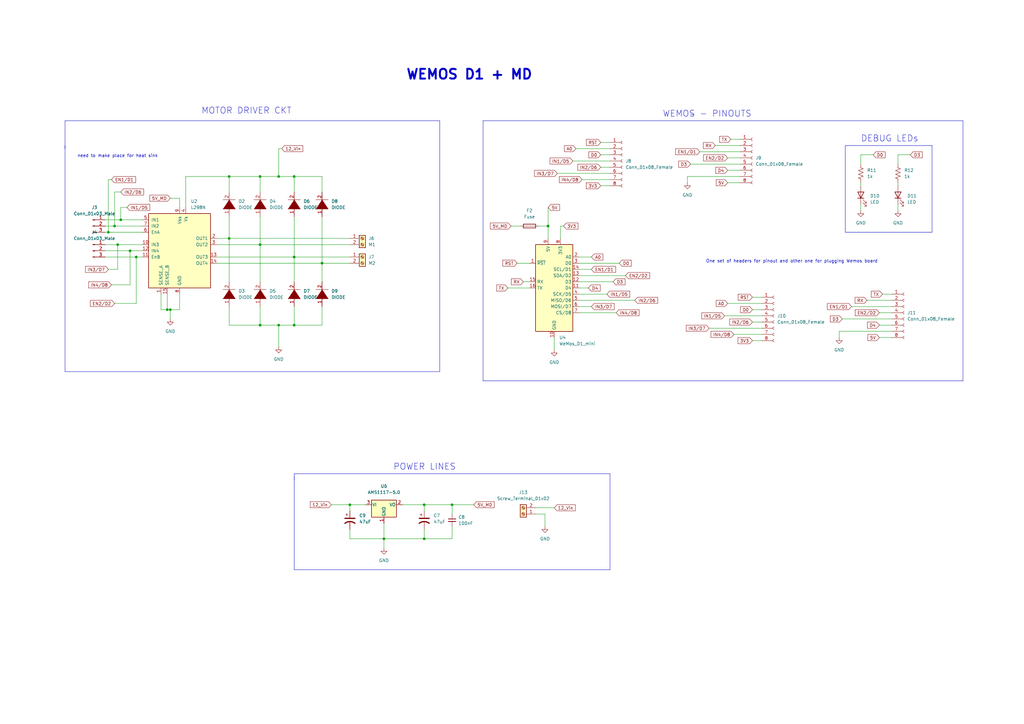
<source format=kicad_sch>
(kicad_sch (version 20230121) (generator eeschema)

  (uuid 02252f7e-9a50-4e70-9a49-93221f92978d)

  (paper "A3")

  (title_block
    (title "Wireless MD")
    (date "2023-01-17")
    (rev "Ver 1")
  )

  (lib_symbols
    (symbol "Connector:Conn_01x03_Male" (pin_names (offset 1.016) hide) (in_bom yes) (on_board yes)
      (property "Reference" "J" (at 0 5.08 0)
        (effects (font (size 1.27 1.27)))
      )
      (property "Value" "Conn_01x03_Male" (at 0 -5.08 0)
        (effects (font (size 1.27 1.27)))
      )
      (property "Footprint" "" (at 0 0 0)
        (effects (font (size 1.27 1.27)) hide)
      )
      (property "Datasheet" "~" (at 0 0 0)
        (effects (font (size 1.27 1.27)) hide)
      )
      (property "ki_keywords" "connector" (at 0 0 0)
        (effects (font (size 1.27 1.27)) hide)
      )
      (property "ki_description" "Generic connector, single row, 01x03, script generated (kicad-library-utils/schlib/autogen/connector/)" (at 0 0 0)
        (effects (font (size 1.27 1.27)) hide)
      )
      (property "ki_fp_filters" "Connector*:*_1x??_*" (at 0 0 0)
        (effects (font (size 1.27 1.27)) hide)
      )
      (symbol "Conn_01x03_Male_1_1"
        (polyline
          (pts
            (xy 1.27 -2.54)
            (xy 0.8636 -2.54)
          )
          (stroke (width 0.1524) (type default))
          (fill (type none))
        )
        (polyline
          (pts
            (xy 1.27 0)
            (xy 0.8636 0)
          )
          (stroke (width 0.1524) (type default))
          (fill (type none))
        )
        (polyline
          (pts
            (xy 1.27 2.54)
            (xy 0.8636 2.54)
          )
          (stroke (width 0.1524) (type default))
          (fill (type none))
        )
        (rectangle (start 0.8636 -2.413) (end 0 -2.667)
          (stroke (width 0.1524) (type default))
          (fill (type outline))
        )
        (rectangle (start 0.8636 0.127) (end 0 -0.127)
          (stroke (width 0.1524) (type default))
          (fill (type outline))
        )
        (rectangle (start 0.8636 2.667) (end 0 2.413)
          (stroke (width 0.1524) (type default))
          (fill (type outline))
        )
        (pin passive line (at 5.08 2.54 180) (length 3.81)
          (name "Pin_1" (effects (font (size 1.27 1.27))))
          (number "1" (effects (font (size 1.27 1.27))))
        )
        (pin passive line (at 5.08 0 180) (length 3.81)
          (name "Pin_2" (effects (font (size 1.27 1.27))))
          (number "2" (effects (font (size 1.27 1.27))))
        )
        (pin passive line (at 5.08 -2.54 180) (length 3.81)
          (name "Pin_3" (effects (font (size 1.27 1.27))))
          (number "3" (effects (font (size 1.27 1.27))))
        )
      )
    )
    (symbol "Connector:Conn_01x08_Female" (pin_names (offset 1.016) hide) (in_bom yes) (on_board yes)
      (property "Reference" "J" (at 0 10.16 0)
        (effects (font (size 1.27 1.27)))
      )
      (property "Value" "Conn_01x08_Female" (at 0 -12.7 0)
        (effects (font (size 1.27 1.27)))
      )
      (property "Footprint" "" (at 0 0 0)
        (effects (font (size 1.27 1.27)) hide)
      )
      (property "Datasheet" "~" (at 0 0 0)
        (effects (font (size 1.27 1.27)) hide)
      )
      (property "ki_keywords" "connector" (at 0 0 0)
        (effects (font (size 1.27 1.27)) hide)
      )
      (property "ki_description" "Generic connector, single row, 01x08, script generated (kicad-library-utils/schlib/autogen/connector/)" (at 0 0 0)
        (effects (font (size 1.27 1.27)) hide)
      )
      (property "ki_fp_filters" "Connector*:*_1x??_*" (at 0 0 0)
        (effects (font (size 1.27 1.27)) hide)
      )
      (symbol "Conn_01x08_Female_1_1"
        (arc (start 0 -9.652) (mid -0.5058 -10.16) (end 0 -10.668)
          (stroke (width 0.1524) (type default))
          (fill (type none))
        )
        (arc (start 0 -7.112) (mid -0.5058 -7.62) (end 0 -8.128)
          (stroke (width 0.1524) (type default))
          (fill (type none))
        )
        (arc (start 0 -4.572) (mid -0.5058 -5.08) (end 0 -5.588)
          (stroke (width 0.1524) (type default))
          (fill (type none))
        )
        (arc (start 0 -2.032) (mid -0.5058 -2.54) (end 0 -3.048)
          (stroke (width 0.1524) (type default))
          (fill (type none))
        )
        (polyline
          (pts
            (xy -1.27 -10.16)
            (xy -0.508 -10.16)
          )
          (stroke (width 0.1524) (type default))
          (fill (type none))
        )
        (polyline
          (pts
            (xy -1.27 -7.62)
            (xy -0.508 -7.62)
          )
          (stroke (width 0.1524) (type default))
          (fill (type none))
        )
        (polyline
          (pts
            (xy -1.27 -5.08)
            (xy -0.508 -5.08)
          )
          (stroke (width 0.1524) (type default))
          (fill (type none))
        )
        (polyline
          (pts
            (xy -1.27 -2.54)
            (xy -0.508 -2.54)
          )
          (stroke (width 0.1524) (type default))
          (fill (type none))
        )
        (polyline
          (pts
            (xy -1.27 0)
            (xy -0.508 0)
          )
          (stroke (width 0.1524) (type default))
          (fill (type none))
        )
        (polyline
          (pts
            (xy -1.27 2.54)
            (xy -0.508 2.54)
          )
          (stroke (width 0.1524) (type default))
          (fill (type none))
        )
        (polyline
          (pts
            (xy -1.27 5.08)
            (xy -0.508 5.08)
          )
          (stroke (width 0.1524) (type default))
          (fill (type none))
        )
        (polyline
          (pts
            (xy -1.27 7.62)
            (xy -0.508 7.62)
          )
          (stroke (width 0.1524) (type default))
          (fill (type none))
        )
        (arc (start 0 0.508) (mid -0.5058 0) (end 0 -0.508)
          (stroke (width 0.1524) (type default))
          (fill (type none))
        )
        (arc (start 0 3.048) (mid -0.5058 2.54) (end 0 2.032)
          (stroke (width 0.1524) (type default))
          (fill (type none))
        )
        (arc (start 0 5.588) (mid -0.5058 5.08) (end 0 4.572)
          (stroke (width 0.1524) (type default))
          (fill (type none))
        )
        (arc (start 0 8.128) (mid -0.5058 7.62) (end 0 7.112)
          (stroke (width 0.1524) (type default))
          (fill (type none))
        )
        (pin passive line (at -5.08 7.62 0) (length 3.81)
          (name "Pin_1" (effects (font (size 1.27 1.27))))
          (number "1" (effects (font (size 1.27 1.27))))
        )
        (pin passive line (at -5.08 5.08 0) (length 3.81)
          (name "Pin_2" (effects (font (size 1.27 1.27))))
          (number "2" (effects (font (size 1.27 1.27))))
        )
        (pin passive line (at -5.08 2.54 0) (length 3.81)
          (name "Pin_3" (effects (font (size 1.27 1.27))))
          (number "3" (effects (font (size 1.27 1.27))))
        )
        (pin passive line (at -5.08 0 0) (length 3.81)
          (name "Pin_4" (effects (font (size 1.27 1.27))))
          (number "4" (effects (font (size 1.27 1.27))))
        )
        (pin passive line (at -5.08 -2.54 0) (length 3.81)
          (name "Pin_5" (effects (font (size 1.27 1.27))))
          (number "5" (effects (font (size 1.27 1.27))))
        )
        (pin passive line (at -5.08 -5.08 0) (length 3.81)
          (name "Pin_6" (effects (font (size 1.27 1.27))))
          (number "6" (effects (font (size 1.27 1.27))))
        )
        (pin passive line (at -5.08 -7.62 0) (length 3.81)
          (name "Pin_7" (effects (font (size 1.27 1.27))))
          (number "7" (effects (font (size 1.27 1.27))))
        )
        (pin passive line (at -5.08 -10.16 0) (length 3.81)
          (name "Pin_8" (effects (font (size 1.27 1.27))))
          (number "8" (effects (font (size 1.27 1.27))))
        )
      )
    )
    (symbol "Connector:Screw_Terminal_01x02" (pin_names (offset 1.016) hide) (in_bom yes) (on_board yes)
      (property "Reference" "J" (at 0 2.54 0)
        (effects (font (size 1.27 1.27)))
      )
      (property "Value" "Screw_Terminal_01x02" (at 0 -5.08 0)
        (effects (font (size 1.27 1.27)))
      )
      (property "Footprint" "" (at 0 0 0)
        (effects (font (size 1.27 1.27)) hide)
      )
      (property "Datasheet" "~" (at 0 0 0)
        (effects (font (size 1.27 1.27)) hide)
      )
      (property "ki_keywords" "screw terminal" (at 0 0 0)
        (effects (font (size 1.27 1.27)) hide)
      )
      (property "ki_description" "Generic screw terminal, single row, 01x02, script generated (kicad-library-utils/schlib/autogen/connector/)" (at 0 0 0)
        (effects (font (size 1.27 1.27)) hide)
      )
      (property "ki_fp_filters" "TerminalBlock*:*" (at 0 0 0)
        (effects (font (size 1.27 1.27)) hide)
      )
      (symbol "Screw_Terminal_01x02_1_1"
        (rectangle (start -1.27 1.27) (end 1.27 -3.81)
          (stroke (width 0.254) (type default))
          (fill (type background))
        )
        (circle (center 0 -2.54) (radius 0.635)
          (stroke (width 0.1524) (type default))
          (fill (type none))
        )
        (polyline
          (pts
            (xy -0.5334 -2.2098)
            (xy 0.3302 -3.048)
          )
          (stroke (width 0.1524) (type default))
          (fill (type none))
        )
        (polyline
          (pts
            (xy -0.5334 0.3302)
            (xy 0.3302 -0.508)
          )
          (stroke (width 0.1524) (type default))
          (fill (type none))
        )
        (polyline
          (pts
            (xy -0.3556 -2.032)
            (xy 0.508 -2.8702)
          )
          (stroke (width 0.1524) (type default))
          (fill (type none))
        )
        (polyline
          (pts
            (xy -0.3556 0.508)
            (xy 0.508 -0.3302)
          )
          (stroke (width 0.1524) (type default))
          (fill (type none))
        )
        (circle (center 0 0) (radius 0.635)
          (stroke (width 0.1524) (type default))
          (fill (type none))
        )
        (pin passive line (at -5.08 0 0) (length 3.81)
          (name "Pin_1" (effects (font (size 1.27 1.27))))
          (number "1" (effects (font (size 1.27 1.27))))
        )
        (pin passive line (at -5.08 -2.54 0) (length 3.81)
          (name "Pin_2" (effects (font (size 1.27 1.27))))
          (number "2" (effects (font (size 1.27 1.27))))
        )
      )
    )
    (symbol "Device:C_Polarized_US" (pin_numbers hide) (pin_names (offset 0.254) hide) (in_bom yes) (on_board yes)
      (property "Reference" "C" (at 0.635 2.54 0)
        (effects (font (size 1.27 1.27)) (justify left))
      )
      (property "Value" "C_Polarized_US" (at 0.635 -2.54 0)
        (effects (font (size 1.27 1.27)) (justify left))
      )
      (property "Footprint" "" (at 0 0 0)
        (effects (font (size 1.27 1.27)) hide)
      )
      (property "Datasheet" "~" (at 0 0 0)
        (effects (font (size 1.27 1.27)) hide)
      )
      (property "ki_keywords" "cap capacitor" (at 0 0 0)
        (effects (font (size 1.27 1.27)) hide)
      )
      (property "ki_description" "Polarized capacitor, US symbol" (at 0 0 0)
        (effects (font (size 1.27 1.27)) hide)
      )
      (property "ki_fp_filters" "CP_*" (at 0 0 0)
        (effects (font (size 1.27 1.27)) hide)
      )
      (symbol "C_Polarized_US_0_1"
        (polyline
          (pts
            (xy -2.032 0.762)
            (xy 2.032 0.762)
          )
          (stroke (width 0.508) (type default))
          (fill (type none))
        )
        (polyline
          (pts
            (xy -1.778 2.286)
            (xy -0.762 2.286)
          )
          (stroke (width 0) (type default))
          (fill (type none))
        )
        (polyline
          (pts
            (xy -1.27 1.778)
            (xy -1.27 2.794)
          )
          (stroke (width 0) (type default))
          (fill (type none))
        )
        (arc (start 2.032 -1.27) (mid 0 -0.5572) (end -2.032 -1.27)
          (stroke (width 0.508) (type default))
          (fill (type none))
        )
      )
      (symbol "C_Polarized_US_1_1"
        (pin passive line (at 0 3.81 270) (length 2.794)
          (name "~" (effects (font (size 1.27 1.27))))
          (number "1" (effects (font (size 1.27 1.27))))
        )
        (pin passive line (at 0 -3.81 90) (length 3.302)
          (name "~" (effects (font (size 1.27 1.27))))
          (number "2" (effects (font (size 1.27 1.27))))
        )
      )
    )
    (symbol "Device:C_Small" (pin_numbers hide) (pin_names (offset 0.254) hide) (in_bom yes) (on_board yes)
      (property "Reference" "C" (at 0.254 1.778 0)
        (effects (font (size 1.27 1.27)) (justify left))
      )
      (property "Value" "C_Small" (at 0.254 -2.032 0)
        (effects (font (size 1.27 1.27)) (justify left))
      )
      (property "Footprint" "" (at 0 0 0)
        (effects (font (size 1.27 1.27)) hide)
      )
      (property "Datasheet" "~" (at 0 0 0)
        (effects (font (size 1.27 1.27)) hide)
      )
      (property "ki_keywords" "capacitor cap" (at 0 0 0)
        (effects (font (size 1.27 1.27)) hide)
      )
      (property "ki_description" "Unpolarized capacitor, small symbol" (at 0 0 0)
        (effects (font (size 1.27 1.27)) hide)
      )
      (property "ki_fp_filters" "C_*" (at 0 0 0)
        (effects (font (size 1.27 1.27)) hide)
      )
      (symbol "C_Small_0_1"
        (polyline
          (pts
            (xy -1.524 -0.508)
            (xy 1.524 -0.508)
          )
          (stroke (width 0.3302) (type default))
          (fill (type none))
        )
        (polyline
          (pts
            (xy -1.524 0.508)
            (xy 1.524 0.508)
          )
          (stroke (width 0.3048) (type default))
          (fill (type none))
        )
      )
      (symbol "C_Small_1_1"
        (pin passive line (at 0 2.54 270) (length 2.032)
          (name "~" (effects (font (size 1.27 1.27))))
          (number "1" (effects (font (size 1.27 1.27))))
        )
        (pin passive line (at 0 -2.54 90) (length 2.032)
          (name "~" (effects (font (size 1.27 1.27))))
          (number "2" (effects (font (size 1.27 1.27))))
        )
      )
    )
    (symbol "Device:Fuse" (pin_numbers hide) (pin_names (offset 0)) (in_bom yes) (on_board yes)
      (property "Reference" "F" (at 2.032 0 90)
        (effects (font (size 1.27 1.27)))
      )
      (property "Value" "Fuse" (at -1.905 0 90)
        (effects (font (size 1.27 1.27)))
      )
      (property "Footprint" "" (at -1.778 0 90)
        (effects (font (size 1.27 1.27)) hide)
      )
      (property "Datasheet" "~" (at 0 0 0)
        (effects (font (size 1.27 1.27)) hide)
      )
      (property "ki_keywords" "fuse" (at 0 0 0)
        (effects (font (size 1.27 1.27)) hide)
      )
      (property "ki_description" "Fuse" (at 0 0 0)
        (effects (font (size 1.27 1.27)) hide)
      )
      (property "ki_fp_filters" "*Fuse*" (at 0 0 0)
        (effects (font (size 1.27 1.27)) hide)
      )
      (symbol "Fuse_0_1"
        (rectangle (start -0.762 -2.54) (end 0.762 2.54)
          (stroke (width 0.254) (type default))
          (fill (type none))
        )
        (polyline
          (pts
            (xy 0 2.54)
            (xy 0 -2.54)
          )
          (stroke (width 0) (type default))
          (fill (type none))
        )
      )
      (symbol "Fuse_1_1"
        (pin passive line (at 0 3.81 270) (length 1.27)
          (name "~" (effects (font (size 1.27 1.27))))
          (number "1" (effects (font (size 1.27 1.27))))
        )
        (pin passive line (at 0 -3.81 90) (length 1.27)
          (name "~" (effects (font (size 1.27 1.27))))
          (number "2" (effects (font (size 1.27 1.27))))
        )
      )
    )
    (symbol "Device:LED" (pin_numbers hide) (pin_names (offset 1.016) hide) (in_bom yes) (on_board yes)
      (property "Reference" "D" (at 0 2.54 0)
        (effects (font (size 1.27 1.27)))
      )
      (property "Value" "LED" (at 0 -2.54 0)
        (effects (font (size 1.27 1.27)))
      )
      (property "Footprint" "" (at 0 0 0)
        (effects (font (size 1.27 1.27)) hide)
      )
      (property "Datasheet" "~" (at 0 0 0)
        (effects (font (size 1.27 1.27)) hide)
      )
      (property "ki_keywords" "LED diode" (at 0 0 0)
        (effects (font (size 1.27 1.27)) hide)
      )
      (property "ki_description" "Light emitting diode" (at 0 0 0)
        (effects (font (size 1.27 1.27)) hide)
      )
      (property "ki_fp_filters" "LED* LED_SMD:* LED_THT:*" (at 0 0 0)
        (effects (font (size 1.27 1.27)) hide)
      )
      (symbol "LED_0_1"
        (polyline
          (pts
            (xy -1.27 -1.27)
            (xy -1.27 1.27)
          )
          (stroke (width 0.254) (type default))
          (fill (type none))
        )
        (polyline
          (pts
            (xy -1.27 0)
            (xy 1.27 0)
          )
          (stroke (width 0) (type default))
          (fill (type none))
        )
        (polyline
          (pts
            (xy 1.27 -1.27)
            (xy 1.27 1.27)
            (xy -1.27 0)
            (xy 1.27 -1.27)
          )
          (stroke (width 0.254) (type default))
          (fill (type none))
        )
        (polyline
          (pts
            (xy -3.048 -0.762)
            (xy -4.572 -2.286)
            (xy -3.81 -2.286)
            (xy -4.572 -2.286)
            (xy -4.572 -1.524)
          )
          (stroke (width 0) (type default))
          (fill (type none))
        )
        (polyline
          (pts
            (xy -1.778 -0.762)
            (xy -3.302 -2.286)
            (xy -2.54 -2.286)
            (xy -3.302 -2.286)
            (xy -3.302 -1.524)
          )
          (stroke (width 0) (type default))
          (fill (type none))
        )
      )
      (symbol "LED_1_1"
        (pin passive line (at -3.81 0 0) (length 2.54)
          (name "K" (effects (font (size 1.27 1.27))))
          (number "1" (effects (font (size 1.27 1.27))))
        )
        (pin passive line (at 3.81 0 180) (length 2.54)
          (name "A" (effects (font (size 1.27 1.27))))
          (number "2" (effects (font (size 1.27 1.27))))
        )
      )
    )
    (symbol "Device:R_US" (pin_numbers hide) (pin_names (offset 0)) (in_bom yes) (on_board yes)
      (property "Reference" "R" (at 2.54 0 90)
        (effects (font (size 1.27 1.27)))
      )
      (property "Value" "R_US" (at -2.54 0 90)
        (effects (font (size 1.27 1.27)))
      )
      (property "Footprint" "" (at 1.016 -0.254 90)
        (effects (font (size 1.27 1.27)) hide)
      )
      (property "Datasheet" "~" (at 0 0 0)
        (effects (font (size 1.27 1.27)) hide)
      )
      (property "ki_keywords" "R res resistor" (at 0 0 0)
        (effects (font (size 1.27 1.27)) hide)
      )
      (property "ki_description" "Resistor, US symbol" (at 0 0 0)
        (effects (font (size 1.27 1.27)) hide)
      )
      (property "ki_fp_filters" "R_*" (at 0 0 0)
        (effects (font (size 1.27 1.27)) hide)
      )
      (symbol "R_US_0_1"
        (polyline
          (pts
            (xy 0 -2.286)
            (xy 0 -2.54)
          )
          (stroke (width 0) (type default))
          (fill (type none))
        )
        (polyline
          (pts
            (xy 0 2.286)
            (xy 0 2.54)
          )
          (stroke (width 0) (type default))
          (fill (type none))
        )
        (polyline
          (pts
            (xy 0 -0.762)
            (xy 1.016 -1.143)
            (xy 0 -1.524)
            (xy -1.016 -1.905)
            (xy 0 -2.286)
          )
          (stroke (width 0) (type default))
          (fill (type none))
        )
        (polyline
          (pts
            (xy 0 0.762)
            (xy 1.016 0.381)
            (xy 0 0)
            (xy -1.016 -0.381)
            (xy 0 -0.762)
          )
          (stroke (width 0) (type default))
          (fill (type none))
        )
        (polyline
          (pts
            (xy 0 2.286)
            (xy 1.016 1.905)
            (xy 0 1.524)
            (xy -1.016 1.143)
            (xy 0 0.762)
          )
          (stroke (width 0) (type default))
          (fill (type none))
        )
      )
      (symbol "R_US_1_1"
        (pin passive line (at 0 3.81 270) (length 1.27)
          (name "~" (effects (font (size 1.27 1.27))))
          (number "1" (effects (font (size 1.27 1.27))))
        )
        (pin passive line (at 0 -3.81 90) (length 1.27)
          (name "~" (effects (font (size 1.27 1.27))))
          (number "2" (effects (font (size 1.27 1.27))))
        )
      )
    )
    (symbol "Driver_Motor:L298N" (pin_names (offset 1.016)) (in_bom yes) (on_board yes)
      (property "Reference" "U" (at -10.16 16.51 0)
        (effects (font (size 1.27 1.27)) (justify right))
      )
      (property "Value" "L298N" (at 12.7 16.51 0)
        (effects (font (size 1.27 1.27)) (justify right))
      )
      (property "Footprint" "Package_TO_SOT_THT:TO-220-15_P2.54x2.54mm_StaggerOdd_Lead4.58mm_Vertical" (at 1.27 -16.51 0)
        (effects (font (size 1.27 1.27)) (justify left) hide)
      )
      (property "Datasheet" "http://www.st.com/st-web-ui/static/active/en/resource/technical/document/datasheet/CD00000240.pdf" (at 3.81 6.35 0)
        (effects (font (size 1.27 1.27)) hide)
      )
      (property "ki_keywords" "H-bridge motor driver" (at 0 0 0)
        (effects (font (size 1.27 1.27)) hide)
      )
      (property "ki_description" "Dual full bridge motor driver, up to 46V, 4A, Multiwatt15-V" (at 0 0 0)
        (effects (font (size 1.27 1.27)) hide)
      )
      (property "ki_fp_filters" "TO?220*StaggerOdd*Vertical*" (at 0 0 0)
        (effects (font (size 1.27 1.27)) hide)
      )
      (symbol "L298N_0_1"
        (rectangle (start -12.7 15.24) (end 12.7 -15.24)
          (stroke (width 0.254) (type default))
          (fill (type background))
        )
      )
      (symbol "L298N_1_1"
        (pin power_in line (at -7.62 -17.78 90) (length 2.54)
          (name "SENSE_A" (effects (font (size 1.27 1.27))))
          (number "1" (effects (font (size 1.27 1.27))))
        )
        (pin input line (at -15.24 2.54 0) (length 2.54)
          (name "IN3" (effects (font (size 1.27 1.27))))
          (number "10" (effects (font (size 1.27 1.27))))
        )
        (pin input line (at -15.24 -2.54 0) (length 2.54)
          (name "EnB" (effects (font (size 1.27 1.27))))
          (number "11" (effects (font (size 1.27 1.27))))
        )
        (pin input line (at -15.24 0 0) (length 2.54)
          (name "IN4" (effects (font (size 1.27 1.27))))
          (number "12" (effects (font (size 1.27 1.27))))
        )
        (pin output line (at 15.24 -2.54 180) (length 2.54)
          (name "OUT3" (effects (font (size 1.27 1.27))))
          (number "13" (effects (font (size 1.27 1.27))))
        )
        (pin output line (at 15.24 -5.08 180) (length 2.54)
          (name "OUT4" (effects (font (size 1.27 1.27))))
          (number "14" (effects (font (size 1.27 1.27))))
        )
        (pin power_in line (at -5.08 -17.78 90) (length 2.54)
          (name "SENSE_B" (effects (font (size 1.27 1.27))))
          (number "15" (effects (font (size 1.27 1.27))))
        )
        (pin output line (at 15.24 5.08 180) (length 2.54)
          (name "OUT1" (effects (font (size 1.27 1.27))))
          (number "2" (effects (font (size 1.27 1.27))))
        )
        (pin output line (at 15.24 2.54 180) (length 2.54)
          (name "OUT2" (effects (font (size 1.27 1.27))))
          (number "3" (effects (font (size 1.27 1.27))))
        )
        (pin power_in line (at 2.54 17.78 270) (length 2.54)
          (name "Vs" (effects (font (size 1.27 1.27))))
          (number "4" (effects (font (size 1.27 1.27))))
        )
        (pin input line (at -15.24 12.7 0) (length 2.54)
          (name "IN1" (effects (font (size 1.27 1.27))))
          (number "5" (effects (font (size 1.27 1.27))))
        )
        (pin input line (at -15.24 7.62 0) (length 2.54)
          (name "EnA" (effects (font (size 1.27 1.27))))
          (number "6" (effects (font (size 1.27 1.27))))
        )
        (pin input line (at -15.24 10.16 0) (length 2.54)
          (name "IN2" (effects (font (size 1.27 1.27))))
          (number "7" (effects (font (size 1.27 1.27))))
        )
        (pin power_in line (at 0 -17.78 90) (length 2.54)
          (name "GND" (effects (font (size 1.27 1.27))))
          (number "8" (effects (font (size 1.27 1.27))))
        )
        (pin power_in line (at 0 17.78 270) (length 2.54)
          (name "Vss" (effects (font (size 1.27 1.27))))
          (number "9" (effects (font (size 1.27 1.27))))
        )
      )
    )
    (symbol "MCU_Module:WeMos_D1_mini" (in_bom yes) (on_board yes)
      (property "Reference" "U" (at 3.81 19.05 0)
        (effects (font (size 1.27 1.27)) (justify left))
      )
      (property "Value" "WeMos_D1_mini" (at 1.27 -19.05 0)
        (effects (font (size 1.27 1.27)) (justify left))
      )
      (property "Footprint" "Module:WEMOS_D1_mini_light" (at 0 -29.21 0)
        (effects (font (size 1.27 1.27)) hide)
      )
      (property "Datasheet" "https://wiki.wemos.cc/products:d1:d1_mini#documentation" (at -46.99 -29.21 0)
        (effects (font (size 1.27 1.27)) hide)
      )
      (property "ki_keywords" "ESP8266 WiFi microcontroller ESP8266EX" (at 0 0 0)
        (effects (font (size 1.27 1.27)) hide)
      )
      (property "ki_description" "32-bit microcontroller module with WiFi" (at 0 0 0)
        (effects (font (size 1.27 1.27)) hide)
      )
      (property "ki_fp_filters" "WEMOS*D1*mini*" (at 0 0 0)
        (effects (font (size 1.27 1.27)) hide)
      )
      (symbol "WeMos_D1_mini_1_1"
        (rectangle (start -7.62 17.78) (end 7.62 -17.78)
          (stroke (width 0.254) (type default))
          (fill (type background))
        )
        (pin input line (at -10.16 10.16 0) (length 2.54)
          (name "~{RST}" (effects (font (size 1.27 1.27))))
          (number "1" (effects (font (size 1.27 1.27))))
        )
        (pin power_in line (at 0 -20.32 90) (length 2.54)
          (name "GND" (effects (font (size 1.27 1.27))))
          (number "10" (effects (font (size 1.27 1.27))))
        )
        (pin bidirectional line (at 10.16 0 180) (length 2.54)
          (name "D4" (effects (font (size 1.27 1.27))))
          (number "11" (effects (font (size 1.27 1.27))))
        )
        (pin bidirectional line (at 10.16 2.54 180) (length 2.54)
          (name "D3" (effects (font (size 1.27 1.27))))
          (number "12" (effects (font (size 1.27 1.27))))
        )
        (pin bidirectional line (at 10.16 5.08 180) (length 2.54)
          (name "SDA/D2" (effects (font (size 1.27 1.27))))
          (number "13" (effects (font (size 1.27 1.27))))
        )
        (pin bidirectional line (at 10.16 7.62 180) (length 2.54)
          (name "SCL/D1" (effects (font (size 1.27 1.27))))
          (number "14" (effects (font (size 1.27 1.27))))
        )
        (pin input line (at -10.16 2.54 0) (length 2.54)
          (name "RX" (effects (font (size 1.27 1.27))))
          (number "15" (effects (font (size 1.27 1.27))))
        )
        (pin output line (at -10.16 0 0) (length 2.54)
          (name "TX" (effects (font (size 1.27 1.27))))
          (number "16" (effects (font (size 1.27 1.27))))
        )
        (pin input line (at 10.16 12.7 180) (length 2.54)
          (name "A0" (effects (font (size 1.27 1.27))))
          (number "2" (effects (font (size 1.27 1.27))))
        )
        (pin bidirectional line (at 10.16 10.16 180) (length 2.54)
          (name "D0" (effects (font (size 1.27 1.27))))
          (number "3" (effects (font (size 1.27 1.27))))
        )
        (pin bidirectional line (at 10.16 -2.54 180) (length 2.54)
          (name "SCK/D5" (effects (font (size 1.27 1.27))))
          (number "4" (effects (font (size 1.27 1.27))))
        )
        (pin bidirectional line (at 10.16 -5.08 180) (length 2.54)
          (name "MISO/D6" (effects (font (size 1.27 1.27))))
          (number "5" (effects (font (size 1.27 1.27))))
        )
        (pin bidirectional line (at 10.16 -7.62 180) (length 2.54)
          (name "MOSI/D7" (effects (font (size 1.27 1.27))))
          (number "6" (effects (font (size 1.27 1.27))))
        )
        (pin bidirectional line (at 10.16 -10.16 180) (length 2.54)
          (name "CS/D8" (effects (font (size 1.27 1.27))))
          (number "7" (effects (font (size 1.27 1.27))))
        )
        (pin power_out line (at 2.54 20.32 270) (length 2.54)
          (name "3V3" (effects (font (size 1.27 1.27))))
          (number "8" (effects (font (size 1.27 1.27))))
        )
        (pin power_in line (at -2.54 20.32 270) (length 2.54)
          (name "5V" (effects (font (size 1.27 1.27))))
          (number "9" (effects (font (size 1.27 1.27))))
        )
      )
    )
    (symbol "Regulator_Linear:AMS1117-5.0" (pin_names (offset 0.254)) (in_bom yes) (on_board yes)
      (property "Reference" "U" (at -3.81 3.175 0)
        (effects (font (size 1.27 1.27)))
      )
      (property "Value" "AMS1117-5.0" (at 0 3.175 0)
        (effects (font (size 1.27 1.27)) (justify left))
      )
      (property "Footprint" "Package_TO_SOT_SMD:SOT-223-3_TabPin2" (at 0 5.08 0)
        (effects (font (size 1.27 1.27)) hide)
      )
      (property "Datasheet" "http://www.advanced-monolithic.com/pdf/ds1117.pdf" (at 2.54 -6.35 0)
        (effects (font (size 1.27 1.27)) hide)
      )
      (property "ki_keywords" "linear regulator ldo fixed positive" (at 0 0 0)
        (effects (font (size 1.27 1.27)) hide)
      )
      (property "ki_description" "1A Low Dropout regulator, positive, 5.0V fixed output, SOT-223" (at 0 0 0)
        (effects (font (size 1.27 1.27)) hide)
      )
      (property "ki_fp_filters" "SOT?223*TabPin2*" (at 0 0 0)
        (effects (font (size 1.27 1.27)) hide)
      )
      (symbol "AMS1117-5.0_0_1"
        (rectangle (start -5.08 -5.08) (end 5.08 1.905)
          (stroke (width 0.254) (type default))
          (fill (type background))
        )
      )
      (symbol "AMS1117-5.0_1_1"
        (pin power_in line (at 0 -7.62 90) (length 2.54)
          (name "GND" (effects (font (size 1.27 1.27))))
          (number "1" (effects (font (size 1.27 1.27))))
        )
        (pin power_out line (at 7.62 0 180) (length 2.54)
          (name "VO" (effects (font (size 1.27 1.27))))
          (number "2" (effects (font (size 1.27 1.27))))
        )
        (pin power_in line (at -7.62 0 0) (length 2.54)
          (name "VI" (effects (font (size 1.27 1.27))))
          (number "3" (effects (font (size 1.27 1.27))))
        )
      )
    )
    (symbol "power:GND" (power) (pin_names (offset 0)) (in_bom yes) (on_board yes)
      (property "Reference" "#PWR" (at 0 -6.35 0)
        (effects (font (size 1.27 1.27)) hide)
      )
      (property "Value" "GND" (at 0 -3.81 0)
        (effects (font (size 1.27 1.27)))
      )
      (property "Footprint" "" (at 0 0 0)
        (effects (font (size 1.27 1.27)) hide)
      )
      (property "Datasheet" "" (at 0 0 0)
        (effects (font (size 1.27 1.27)) hide)
      )
      (property "ki_keywords" "global power" (at 0 0 0)
        (effects (font (size 1.27 1.27)) hide)
      )
      (property "ki_description" "Power symbol creates a global label with name \"GND\" , ground" (at 0 0 0)
        (effects (font (size 1.27 1.27)) hide)
      )
      (symbol "GND_0_1"
        (polyline
          (pts
            (xy 0 0)
            (xy 0 -1.27)
            (xy 1.27 -1.27)
            (xy 0 -2.54)
            (xy -1.27 -1.27)
            (xy 0 -1.27)
          )
          (stroke (width 0) (type default))
          (fill (type none))
        )
      )
      (symbol "GND_1_1"
        (pin power_in line (at 0 0 270) (length 0) hide
          (name "GND" (effects (font (size 1.27 1.27))))
          (number "1" (effects (font (size 1.27 1.27))))
        )
      )
    )
    (symbol "pspice:DIODE" (pin_names (offset 1.016) hide) (in_bom yes) (on_board yes)
      (property "Reference" "D" (at 0 3.81 0)
        (effects (font (size 1.27 1.27)))
      )
      (property "Value" "DIODE" (at 0 -4.445 0)
        (effects (font (size 1.27 1.27)))
      )
      (property "Footprint" "" (at 0 0 0)
        (effects (font (size 1.27 1.27)) hide)
      )
      (property "Datasheet" "~" (at 0 0 0)
        (effects (font (size 1.27 1.27)) hide)
      )
      (property "ki_keywords" "simulation" (at 0 0 0)
        (effects (font (size 1.27 1.27)) hide)
      )
      (property "ki_description" "Diode symbol for simulation only. Pin order incompatible with official kicad footprints" (at 0 0 0)
        (effects (font (size 1.27 1.27)) hide)
      )
      (symbol "DIODE_0_1"
        (polyline
          (pts
            (xy 1.905 2.54)
            (xy 1.905 -2.54)
          )
          (stroke (width 0) (type default))
          (fill (type none))
        )
        (polyline
          (pts
            (xy -1.905 2.54)
            (xy -1.905 -2.54)
            (xy 1.905 0)
          )
          (stroke (width 0) (type default))
          (fill (type outline))
        )
      )
      (symbol "DIODE_1_1"
        (pin input line (at -5.08 0 0) (length 3.81)
          (name "K" (effects (font (size 1.27 1.27))))
          (number "1" (effects (font (size 1.27 1.27))))
        )
        (pin input line (at 5.08 0 180) (length 3.81)
          (name "A" (effects (font (size 1.27 1.27))))
          (number "2" (effects (font (size 1.27 1.27))))
        )
      )
    )
  )

  (junction (at 69.85 127) (diameter 0) (color 0 0 0 0)
    (uuid 00d3ea1b-3ee0-47b2-86eb-fec4bbb47169)
  )
  (junction (at 120.65 133.35) (diameter 0) (color 0 0 0 0)
    (uuid 1a60021b-95b6-4365-bc94-3468c77a0d95)
  )
  (junction (at 120.65 105.41) (diameter 0) (color 0 0 0 0)
    (uuid 36a1b526-5711-478f-8ecb-cd98f81cb8ac)
  )
  (junction (at 106.68 72.39) (diameter 0) (color 0 0 0 0)
    (uuid 4cc182e2-871c-4dab-bc7b-4f2b2bf976e0)
  )
  (junction (at 106.68 133.35) (diameter 0) (color 0 0 0 0)
    (uuid 4dac68f6-df23-49ed-adc4-9f1afe308624)
  )
  (junction (at 143.51 207.01) (diameter 0) (color 0 0 0 0)
    (uuid 56dd91b9-a841-46d9-8f01-163d24b86b11)
  )
  (junction (at 48.26 100.33) (diameter 0) (color 0 0 0 0)
    (uuid 64782010-17ac-4126-a229-628b6655f98f)
  )
  (junction (at 120.65 72.39) (diameter 0) (color 0 0 0 0)
    (uuid 66375761-8981-4be4-8310-424dd4ac9263)
  )
  (junction (at 93.98 72.39) (diameter 0) (color 0 0 0 0)
    (uuid 7087ebab-40a8-4645-bf08-a205c4d07e4c)
  )
  (junction (at 68.58 127) (diameter 0) (color 0 0 0 0)
    (uuid 7587be31-fa42-4f3c-a8cd-9a1a47a8c79a)
  )
  (junction (at 106.68 100.33) (diameter 0) (color 0 0 0 0)
    (uuid 84e388bb-307b-483b-88fa-c7f95e560128)
  )
  (junction (at 53.34 102.87) (diameter 0) (color 0 0 0 0)
    (uuid 89977a25-c16a-40ff-b30d-ccd7a7d5b2e6)
  )
  (junction (at 224.79 92.71) (diameter 0) (color 0 0 0 0)
    (uuid b0a211a7-909b-4c7f-a71e-f8a20f6addc4)
  )
  (junction (at 44.45 95.25) (diameter 0) (color 0 0 0 0)
    (uuid b7fc8d7f-da94-486b-a5b5-eaba446f640c)
  )
  (junction (at 173.99 220.98) (diameter 0) (color 0 0 0 0)
    (uuid bfa22f22-e5fc-40ec-82c8-2bd91ca5975d)
  )
  (junction (at 46.99 92.71) (diameter 0) (color 0 0 0 0)
    (uuid d74fe5aa-9900-423c-a6ca-1b08ffa74298)
  )
  (junction (at 49.53 90.17) (diameter 0) (color 0 0 0 0)
    (uuid d7ab7203-5a7c-46a5-b3f1-d4e37a204cf0)
  )
  (junction (at 93.98 97.79) (diameter 0) (color 0 0 0 0)
    (uuid dcafdb60-e2a4-4114-800a-8e7a4a614785)
  )
  (junction (at 114.3 72.39) (diameter 0) (color 0 0 0 0)
    (uuid e0872485-6e19-4338-92db-f4ef78b51f89)
  )
  (junction (at 55.88 105.41) (diameter 0) (color 0 0 0 0)
    (uuid e25f1e03-96c1-4e31-bee4-5af8ea6567e0)
  )
  (junction (at 157.48 220.98) (diameter 0) (color 0 0 0 0)
    (uuid e7ed7257-3be5-4e5a-ba01-4284bd8af3c8)
  )
  (junction (at 185.42 207.01) (diameter 0) (color 0 0 0 0)
    (uuid ea21423a-2299-484a-8eb0-5324a6baa2b9)
  )
  (junction (at 173.99 207.01) (diameter 0) (color 0 0 0 0)
    (uuid ef362171-09b9-4e01-aedf-e4eca4adf2f3)
  )
  (junction (at 114.3 133.35) (diameter 0) (color 0 0 0 0)
    (uuid f04aa02f-be3a-4775-a3d9-317afc6c15ef)
  )
  (junction (at 132.08 107.95) (diameter 0) (color 0 0 0 0)
    (uuid f2bf8411-adab-4d80-ae9d-5bcb9d06c8cd)
  )

  (wire (pts (xy 308.61 132.08) (xy 312.42 132.08))
    (stroke (width 0) (type default))
    (uuid 01dc4c55-d6a6-4f9d-9a42-629345c35afe)
  )
  (wire (pts (xy 52.07 85.09) (xy 49.53 85.09))
    (stroke (width 0) (type default))
    (uuid 02ad0b02-7891-4502-8821-31036be4b11e)
  )
  (wire (pts (xy 157.48 220.98) (xy 157.48 224.79))
    (stroke (width 0) (type default))
    (uuid 0599549b-ebdd-42d8-87be-c95e77eb8578)
  )
  (polyline (pts (xy 180.34 152.4) (xy 26.67 152.4))
    (stroke (width 0) (type default))
    (uuid 094955c9-31ee-4d76-a72d-a8db42dffe95)
  )

  (wire (pts (xy 293.37 59.69) (xy 303.53 59.69))
    (stroke (width 0) (type default))
    (uuid 096beab7-c96c-425c-8336-1cb2633749f7)
  )
  (wire (pts (xy 345.44 130.81) (xy 365.76 130.81))
    (stroke (width 0) (type default))
    (uuid 09a5d650-2294-4ada-9390-f88fd1291204)
  )
  (wire (pts (xy 43.18 102.87) (xy 53.34 102.87))
    (stroke (width 0) (type default))
    (uuid 0b3234f9-2d28-4bca-887a-d8df87e9c49d)
  )
  (wire (pts (xy 143.51 207.01) (xy 143.51 209.55))
    (stroke (width 0) (type default))
    (uuid 0b800387-06b4-4ed6-be5c-f3e11ba4bf02)
  )
  (wire (pts (xy 93.98 97.79) (xy 93.98 115.57))
    (stroke (width 0) (type default))
    (uuid 0c041361-b1c4-4da5-92ec-a418bdd5431a)
  )
  (wire (pts (xy 106.68 88.9) (xy 106.68 100.33))
    (stroke (width 0) (type default))
    (uuid 0c4a666b-d316-41cf-abc1-dfdbc6342cb0)
  )
  (wire (pts (xy 55.88 124.46) (xy 55.88 105.41))
    (stroke (width 0) (type default))
    (uuid 114ccce8-60ec-4486-b97c-badec4dda73a)
  )
  (wire (pts (xy 298.45 69.85) (xy 303.53 69.85))
    (stroke (width 0) (type default))
    (uuid 12fcb72b-9ba3-44d2-9d2e-5ff84e5bdeac)
  )
  (wire (pts (xy 45.72 116.84) (xy 53.34 116.84))
    (stroke (width 0) (type default))
    (uuid 13568bc6-2de3-47c0-851e-41de6697aa68)
  )
  (wire (pts (xy 368.3 83.82) (xy 368.3 86.36))
    (stroke (width 0) (type default))
    (uuid 146e3324-f411-46df-91e7-01a528103c5d)
  )
  (wire (pts (xy 68.58 127) (xy 69.85 127))
    (stroke (width 0) (type default))
    (uuid 146e65de-550f-4256-a2a7-5f050ff8c9de)
  )
  (wire (pts (xy 353.06 74.93) (xy 353.06 76.2))
    (stroke (width 0) (type default))
    (uuid 14e1225b-08a8-4c8f-ac83-99beec246d84)
  )
  (polyline (pts (xy 394.97 49.53) (xy 394.97 156.21))
    (stroke (width 0) (type default))
    (uuid 16bdc203-bf91-4bf2-8f7b-37a0fb97aa97)
  )

  (wire (pts (xy 43.18 105.41) (xy 55.88 105.41))
    (stroke (width 0) (type default))
    (uuid 17611ae4-8c7b-4e34-9be6-5d3a5d428f97)
  )
  (wire (pts (xy 234.95 66.04) (xy 250.19 66.04))
    (stroke (width 0) (type default))
    (uuid 179f1557-4842-454f-a615-259021eef20e)
  )
  (wire (pts (xy 44.45 110.49) (xy 48.26 110.49))
    (stroke (width 0) (type default))
    (uuid 1952795b-4b2e-4a05-abbf-f6f6ba7ba789)
  )
  (wire (pts (xy 88.9 107.95) (xy 132.08 107.95))
    (stroke (width 0) (type default))
    (uuid 1f7f8252-fcde-460c-8188-8fc3edde03de)
  )
  (wire (pts (xy 120.65 72.39) (xy 120.65 78.74))
    (stroke (width 0) (type default))
    (uuid 1fbf6821-5874-4790-b76e-f63666b4f0b8)
  )
  (wire (pts (xy 185.42 220.98) (xy 173.99 220.98))
    (stroke (width 0) (type default))
    (uuid 20b9d41c-ff45-4232-b717-949cea056762)
  )
  (wire (pts (xy 229.87 92.71) (xy 231.14 92.71))
    (stroke (width 0) (type default))
    (uuid 221f88fd-c26b-46ab-a56c-d26100a8d1cb)
  )
  (wire (pts (xy 298.45 74.93) (xy 303.53 74.93))
    (stroke (width 0) (type default))
    (uuid 2239cd59-b0a2-4d19-877a-7ab7d793ff55)
  )
  (wire (pts (xy 287.02 62.23) (xy 303.53 62.23))
    (stroke (width 0) (type default))
    (uuid 223f81e3-81bf-4057-934d-e34545686c9c)
  )
  (polyline (pts (xy 346.71 95.25) (xy 382.27 95.25))
    (stroke (width 0) (type default))
    (uuid 22c1d907-ba3c-4dbf-b9fc-3a1ef9c85bcc)
  )

  (wire (pts (xy 46.99 78.74) (xy 46.99 92.71))
    (stroke (width 0) (type default))
    (uuid 2380ed33-6ff6-4bc8-96b1-bc73c5479754)
  )
  (wire (pts (xy 157.48 220.98) (xy 173.99 220.98))
    (stroke (width 0) (type default))
    (uuid 2485427c-da8f-4824-acc4-b5313ab66e59)
  )
  (wire (pts (xy 344.17 135.89) (xy 365.76 135.89))
    (stroke (width 0) (type default))
    (uuid 29df3a75-c889-430e-9b44-2c3fc91d24ce)
  )
  (wire (pts (xy 106.68 100.33) (xy 143.51 100.33))
    (stroke (width 0) (type default))
    (uuid 2c1b7f2c-334e-43af-ab73-40fefa26ba9c)
  )
  (wire (pts (xy 298.45 64.77) (xy 303.53 64.77))
    (stroke (width 0) (type default))
    (uuid 2c7d9748-14f3-4912-9739-1096a1a9df2d)
  )
  (polyline (pts (xy 250.19 194.31) (xy 120.65 194.31))
    (stroke (width 0) (type default))
    (uuid 2c98f2ee-0323-4493-a8c5-a8502a6cc2ca)
  )

  (wire (pts (xy 308.61 139.7) (xy 312.42 139.7))
    (stroke (width 0) (type default))
    (uuid 2e49a526-5ab2-4eb4-851b-497f36d9928d)
  )
  (wire (pts (xy 43.18 90.17) (xy 49.53 90.17))
    (stroke (width 0) (type default))
    (uuid 30698d0b-1c5f-40f0-b89a-ad5f0c7ee12c)
  )
  (wire (pts (xy 237.49 113.03) (xy 256.54 113.03))
    (stroke (width 0) (type default))
    (uuid 309be5e3-d210-44cb-9364-1fc6c1f773d4)
  )
  (polyline (pts (xy 120.65 195.58) (xy 120.65 233.68))
    (stroke (width 0) (type default))
    (uuid 315ae68f-4e34-43da-ac82-ca4382b612d5)
  )

  (wire (pts (xy 106.68 100.33) (xy 106.68 115.57))
    (stroke (width 0) (type default))
    (uuid 31ee60b6-5ba5-4a35-9177-ac4594cec707)
  )
  (wire (pts (xy 157.48 214.63) (xy 157.48 220.98))
    (stroke (width 0) (type default))
    (uuid 31f6469e-03eb-4754-a58f-66b585532672)
  )
  (wire (pts (xy 88.9 100.33) (xy 106.68 100.33))
    (stroke (width 0) (type default))
    (uuid 32d8ffcd-104f-4994-a0d9-d312f943e6ca)
  )
  (wire (pts (xy 283.21 67.31) (xy 303.53 67.31))
    (stroke (width 0) (type default))
    (uuid 3327b2cd-8751-4735-9b96-150d4dd87f18)
  )
  (wire (pts (xy 114.3 142.24) (xy 114.3 133.35))
    (stroke (width 0) (type default))
    (uuid 34b8e7e7-aee5-4b0e-b605-c1b788ff7372)
  )
  (wire (pts (xy 290.83 134.62) (xy 312.42 134.62))
    (stroke (width 0) (type default))
    (uuid 34ca93c7-9a87-44f7-b5c2-879e326f2156)
  )
  (wire (pts (xy 93.98 97.79) (xy 143.51 97.79))
    (stroke (width 0) (type default))
    (uuid 354a37e3-b490-4369-bdce-91de0957c92f)
  )
  (wire (pts (xy 46.99 124.46) (xy 55.88 124.46))
    (stroke (width 0) (type default))
    (uuid 35fc6d4a-f25b-4e6e-83bb-b145a350b1b0)
  )
  (wire (pts (xy 88.9 105.41) (xy 120.65 105.41))
    (stroke (width 0) (type default))
    (uuid 3a7821bf-7d5e-4c3f-88e6-1d6ed83cf94b)
  )
  (wire (pts (xy 246.38 68.58) (xy 250.19 68.58))
    (stroke (width 0) (type default))
    (uuid 3b20c3a1-a2a5-4432-bfe0-6a2af64c050d)
  )
  (wire (pts (xy 299.72 57.15) (xy 303.53 57.15))
    (stroke (width 0) (type default))
    (uuid 3d595a79-fa16-48a9-a5e5-fb09d811e4b7)
  )
  (wire (pts (xy 69.85 127) (xy 73.66 127))
    (stroke (width 0) (type default))
    (uuid 3f958e5b-b304-4552-8e3d-cf49dc6e34df)
  )
  (wire (pts (xy 228.6 71.12) (xy 250.19 71.12))
    (stroke (width 0) (type default))
    (uuid 416b979b-ba97-4c45-bf78-069e6028451d)
  )
  (wire (pts (xy 120.65 133.35) (xy 132.08 133.35))
    (stroke (width 0) (type default))
    (uuid 427d51d1-e108-4b9b-9607-981557bb8491)
  )
  (polyline (pts (xy 346.71 93.98) (xy 346.71 95.25))
    (stroke (width 0) (type default))
    (uuid 4600075a-e22c-47ee-b0a7-2ccfac5e90ef)
  )

  (wire (pts (xy 69.85 81.28) (xy 73.66 81.28))
    (stroke (width 0) (type default))
    (uuid 48250cb4-88b5-4972-a271-c49eb0998d59)
  )
  (wire (pts (xy 93.98 78.74) (xy 93.98 72.39))
    (stroke (width 0) (type default))
    (uuid 494c507e-3e8b-41e1-926f-d93c1e4ab471)
  )
  (wire (pts (xy 237.49 105.41) (xy 242.57 105.41))
    (stroke (width 0) (type default))
    (uuid 4985cefe-0e33-4a0a-a0c4-4fee91ba322c)
  )
  (wire (pts (xy 44.45 73.66) (xy 44.45 95.25))
    (stroke (width 0) (type default))
    (uuid 4af6c85a-b2ba-4413-9fdd-fa1172737910)
  )
  (wire (pts (xy 114.3 72.39) (xy 120.65 72.39))
    (stroke (width 0) (type default))
    (uuid 4bc22b11-c150-44aa-bfa2-db7a22b47ddf)
  )
  (wire (pts (xy 93.98 133.35) (xy 106.68 133.35))
    (stroke (width 0) (type default))
    (uuid 4c1a41da-f201-408e-b190-90f0a15bbe27)
  )
  (wire (pts (xy 88.9 97.79) (xy 93.98 97.79))
    (stroke (width 0) (type default))
    (uuid 4c664b50-fc31-457c-bc54-5c835420861c)
  )
  (polyline (pts (xy 347.98 59.69) (xy 382.27 59.69))
    (stroke (width 0) (type default))
    (uuid 4ce1621b-bd29-43db-898c-9d2aceb01ac5)
  )

  (wire (pts (xy 106.68 133.35) (xy 114.3 133.35))
    (stroke (width 0) (type default))
    (uuid 4f74d765-f59d-446c-a411-8f4d601485b0)
  )
  (wire (pts (xy 106.68 125.73) (xy 106.68 133.35))
    (stroke (width 0) (type default))
    (uuid 51c530d6-12a6-42bd-affd-5c8445ba5905)
  )
  (wire (pts (xy 344.17 138.43) (xy 344.17 135.89))
    (stroke (width 0) (type default))
    (uuid 5300f608-2d0b-4d20-9127-a8571cfc97f0)
  )
  (wire (pts (xy 185.42 207.01) (xy 194.31 207.01))
    (stroke (width 0) (type default))
    (uuid 564ac6e5-bd01-4ebc-b262-84816e901d47)
  )
  (wire (pts (xy 120.65 88.9) (xy 120.65 105.41))
    (stroke (width 0) (type default))
    (uuid 5768c10d-4ebc-4430-9425-45b22df215cc)
  )
  (polyline (pts (xy 120.65 194.31) (xy 120.65 196.85))
    (stroke (width 0) (type default))
    (uuid 5b6ed2a3-a5c5-44cf-8cea-670e7864f0e2)
  )

  (wire (pts (xy 238.76 73.66) (xy 250.19 73.66))
    (stroke (width 0) (type default))
    (uuid 60b59c24-973e-4b2b-8a2e-013c9a9fa458)
  )
  (wire (pts (xy 173.99 207.01) (xy 173.99 209.55))
    (stroke (width 0) (type default))
    (uuid 632daba7-ac1c-416d-b0e1-2c962fe9015f)
  )
  (wire (pts (xy 237.49 107.95) (xy 254 107.95))
    (stroke (width 0) (type default))
    (uuid 6453df4a-8204-4035-9800-64dcd3e00450)
  )
  (wire (pts (xy 212.09 107.95) (xy 217.17 107.95))
    (stroke (width 0) (type default))
    (uuid 65a01b06-3196-4964-b6d4-9e872a2f557c)
  )
  (wire (pts (xy 223.52 210.82) (xy 223.52 215.9))
    (stroke (width 0) (type default))
    (uuid 6a03ac1a-77d5-44de-81ca-1785da2b6da1)
  )
  (polyline (pts (xy 26.67 152.4) (xy 26.67 59.69))
    (stroke (width 0) (type default))
    (uuid 6a67824c-7f43-4ef1-9bea-db5475ad4540)
  )

  (wire (pts (xy 173.99 220.98) (xy 173.99 217.17))
    (stroke (width 0) (type default))
    (uuid 6c66e930-5673-41ca-9689-c03c9a70b3f3)
  )
  (wire (pts (xy 76.2 85.09) (xy 76.2 72.39))
    (stroke (width 0) (type default))
    (uuid 6f4e6b7f-da80-473b-af7b-7af5733f7a0a)
  )
  (wire (pts (xy 106.68 72.39) (xy 114.3 72.39))
    (stroke (width 0) (type default))
    (uuid 703b7bab-aaf1-41bd-bbd4-41857746e11c)
  )
  (wire (pts (xy 48.26 100.33) (xy 48.26 110.49))
    (stroke (width 0) (type default))
    (uuid 70d570fa-22ad-462a-9995-c0ccdb8eb295)
  )
  (wire (pts (xy 120.65 105.41) (xy 120.65 115.57))
    (stroke (width 0) (type default))
    (uuid 71d18244-f8fb-4d2f-9a5f-d263654c6630)
  )
  (wire (pts (xy 44.45 95.25) (xy 58.42 95.25))
    (stroke (width 0) (type default))
    (uuid 743bbc65-b533-4d34-a38e-8908e91098cf)
  )
  (wire (pts (xy 53.34 116.84) (xy 53.34 102.87))
    (stroke (width 0) (type default))
    (uuid 75ea0536-68b4-403e-979b-a2b26e021730)
  )
  (wire (pts (xy 106.68 72.39) (xy 106.68 78.74))
    (stroke (width 0) (type default))
    (uuid 76c46b36-aa3f-4042-8a10-8d9865dff726)
  )
  (wire (pts (xy 143.51 220.98) (xy 157.48 220.98))
    (stroke (width 0) (type default))
    (uuid 77c987d4-7098-4552-9183-48aa5c21dbe2)
  )
  (wire (pts (xy 43.18 100.33) (xy 48.26 100.33))
    (stroke (width 0) (type default))
    (uuid 78aec7ad-f01e-4506-8094-a92243956dbf)
  )
  (polyline (pts (xy 382.27 59.69) (xy 382.27 95.25))
    (stroke (width 0) (type default))
    (uuid 78d4e116-f939-4adb-b738-42e453d3f9eb)
  )
  (polyline (pts (xy 26.67 49.53) (xy 180.34 49.53))
    (stroke (width 0) (type default))
    (uuid 79d09223-5127-45f8-9425-a8f509cc5cce)
  )

  (wire (pts (xy 360.68 138.43) (xy 365.76 138.43))
    (stroke (width 0) (type default))
    (uuid 7b3c5b9f-2f1a-4516-b509-2d01df4ede64)
  )
  (wire (pts (xy 73.66 127) (xy 73.66 120.65))
    (stroke (width 0) (type default))
    (uuid 7c589b42-2f42-485a-bd49-406b9bb84762)
  )
  (wire (pts (xy 349.25 125.73) (xy 365.76 125.73))
    (stroke (width 0) (type default))
    (uuid 7c882091-11a1-477c-824f-7e27f182afd1)
  )
  (wire (pts (xy 308.61 121.92) (xy 312.42 121.92))
    (stroke (width 0) (type default))
    (uuid 811b29ec-44e7-4274-96f0-9a536bf374b3)
  )
  (wire (pts (xy 49.53 78.74) (xy 46.99 78.74))
    (stroke (width 0) (type default))
    (uuid 81b68065-f23c-4c73-8ba1-78ef8fa7435f)
  )
  (wire (pts (xy 143.51 217.17) (xy 143.51 220.98))
    (stroke (width 0) (type default))
    (uuid 84760b9d-4343-477e-9886-bb51e5a6be99)
  )
  (wire (pts (xy 297.18 129.54) (xy 312.42 129.54))
    (stroke (width 0) (type default))
    (uuid 84cf8382-600d-4614-b429-245e91a655c0)
  )
  (wire (pts (xy 114.3 60.96) (xy 114.3 72.39))
    (stroke (width 0) (type default))
    (uuid 866f02d7-0d9b-4931-91db-75275aed8119)
  )
  (wire (pts (xy 246.38 63.5) (xy 250.19 63.5))
    (stroke (width 0) (type default))
    (uuid 86fcaea9-4cc7-4e89-b7fb-9098abd084c9)
  )
  (wire (pts (xy 66.04 127) (xy 68.58 127))
    (stroke (width 0) (type default))
    (uuid 875bba73-e3f4-4a5f-a83e-40fe8f4f24e0)
  )
  (wire (pts (xy 246.38 58.42) (xy 250.19 58.42))
    (stroke (width 0) (type default))
    (uuid 886061e7-c7db-4bff-8c8a-dfe28b908f48)
  )
  (wire (pts (xy 246.38 76.2) (xy 250.19 76.2))
    (stroke (width 0) (type default))
    (uuid 8a23294f-cd5e-4985-b856-cfe2d147bfb6)
  )
  (polyline (pts (xy 283.21 46.99) (xy 284.48 46.99))
    (stroke (width 0) (type default))
    (uuid 8ac80ac7-d3cd-4648-ad16-2b5f4e16164a)
  )

  (wire (pts (xy 68.58 120.65) (xy 68.58 127))
    (stroke (width 0) (type default))
    (uuid 93a54110-4749-43ba-9358-8f955290fd45)
  )
  (wire (pts (xy 185.42 207.01) (xy 185.42 210.82))
    (stroke (width 0) (type default))
    (uuid 940b35dd-d3b0-4327-84a3-fca836c09b53)
  )
  (wire (pts (xy 237.49 110.49) (xy 242.57 110.49))
    (stroke (width 0) (type default))
    (uuid 941de2ac-6987-4b64-9181-6f02df473589)
  )
  (wire (pts (xy 361.95 120.65) (xy 365.76 120.65))
    (stroke (width 0) (type default))
    (uuid 96c01e54-279d-4f96-92b5-5e726cae76d9)
  )
  (wire (pts (xy 373.38 63.5) (xy 368.3 63.5))
    (stroke (width 0) (type default))
    (uuid 97099299-df6a-45c2-866a-3b937915bb97)
  )
  (polyline (pts (xy 26.67 60.96) (xy 26.67 49.53))
    (stroke (width 0) (type default))
    (uuid 973e4593-3aef-4653-896c-dfb4dfd61d7a)
  )

  (wire (pts (xy 114.3 133.35) (xy 120.65 133.35))
    (stroke (width 0) (type default))
    (uuid 97c40773-2bfa-4a30-9a27-b65e0954fdc7)
  )
  (wire (pts (xy 355.6 123.19) (xy 365.76 123.19))
    (stroke (width 0) (type default))
    (uuid 995ba565-86a7-4e24-89be-2df9b744d5e5)
  )
  (wire (pts (xy 300.99 137.16) (xy 312.42 137.16))
    (stroke (width 0) (type default))
    (uuid 9a5c6753-3fe4-48c2-a76e-b97cd96caefb)
  )
  (wire (pts (xy 358.14 63.5) (xy 353.06 63.5))
    (stroke (width 0) (type default))
    (uuid 9a874928-fe38-4103-9e8a-f522e1e6fcd9)
  )
  (wire (pts (xy 49.53 90.17) (xy 58.42 90.17))
    (stroke (width 0) (type default))
    (uuid 9d5a4b42-c829-494c-b0d0-cfc2c422c14d)
  )
  (wire (pts (xy 185.42 215.9) (xy 185.42 220.98))
    (stroke (width 0) (type default))
    (uuid 9f016767-1829-4e22-9dd7-8cf8403dd350)
  )
  (wire (pts (xy 120.65 72.39) (xy 132.08 72.39))
    (stroke (width 0) (type default))
    (uuid a1ac7a0b-be68-4c17-9e05-e513e11639f3)
  )
  (wire (pts (xy 55.88 105.41) (xy 58.42 105.41))
    (stroke (width 0) (type default))
    (uuid a46dfb4a-481a-486a-8bdd-759272588899)
  )
  (wire (pts (xy 237.49 125.73) (xy 242.57 125.73))
    (stroke (width 0) (type default))
    (uuid a585cd5a-b0ba-4e99-bb7a-65cedd80cfaa)
  )
  (wire (pts (xy 209.55 92.71) (xy 213.36 92.71))
    (stroke (width 0) (type default))
    (uuid a6dc654e-7e79-4175-90cd-eb2b84916517)
  )
  (polyline (pts (xy 180.34 49.53) (xy 180.34 152.4))
    (stroke (width 0) (type default))
    (uuid a7a8f519-f069-4676-83fb-6179a4a632a6)
  )

  (wire (pts (xy 76.2 72.39) (xy 93.98 72.39))
    (stroke (width 0) (type default))
    (uuid a8b82da9-8028-46c8-8c04-c6c6b4987db7)
  )
  (wire (pts (xy 237.49 115.57) (xy 251.46 115.57))
    (stroke (width 0) (type default))
    (uuid a942a3a0-03f4-4d71-abfe-396b9c36801a)
  )
  (wire (pts (xy 45.72 73.66) (xy 44.45 73.66))
    (stroke (width 0) (type default))
    (uuid afc3c14a-4459-4614-9203-a88a2eadcce8)
  )
  (polyline (pts (xy 120.65 233.68) (xy 250.19 233.68))
    (stroke (width 0) (type default))
    (uuid b151b9ce-e6d4-4b6b-b3dc-2f9414afd1da)
  )

  (wire (pts (xy 132.08 88.9) (xy 132.08 107.95))
    (stroke (width 0) (type default))
    (uuid b1bf36de-9639-4e3e-a68c-612de2e2278a)
  )
  (wire (pts (xy 353.06 63.5) (xy 353.06 67.31))
    (stroke (width 0) (type default))
    (uuid b25e433b-8a45-4603-8b6b-d1833c3cc076)
  )
  (wire (pts (xy 224.79 85.09) (xy 224.79 92.71))
    (stroke (width 0) (type default))
    (uuid b44562f2-d895-40d2-baf4-afb8b06e13d4)
  )
  (wire (pts (xy 298.45 124.46) (xy 312.42 124.46))
    (stroke (width 0) (type default))
    (uuid b611b06a-a9a3-45e1-b20e-8122f781e780)
  )
  (wire (pts (xy 368.3 74.93) (xy 368.3 76.2))
    (stroke (width 0) (type default))
    (uuid b787baa2-9212-4272-9858-4e954a820073)
  )
  (wire (pts (xy 237.49 118.11) (xy 241.3 118.11))
    (stroke (width 0) (type default))
    (uuid bae20705-667c-43e9-9d9e-83d878679ccf)
  )
  (wire (pts (xy 66.04 120.65) (xy 66.04 127))
    (stroke (width 0) (type default))
    (uuid bda14b4d-a7d2-4404-8d6d-b3d4abf94a0c)
  )
  (wire (pts (xy 69.85 127) (xy 69.85 130.81))
    (stroke (width 0) (type default))
    (uuid c0f14e04-3faf-4937-9ec0-16dee0a5fb81)
  )
  (polyline (pts (xy 198.12 156.21) (xy 198.12 49.53))
    (stroke (width 0) (type default))
    (uuid c34e4b30-065f-4c05-ab20-b1ead6002c8d)
  )

  (wire (pts (xy 132.08 133.35) (xy 132.08 125.73))
    (stroke (width 0) (type default))
    (uuid c49f1f13-93d3-45a4-80bd-86b0c777354a)
  )
  (wire (pts (xy 237.49 120.65) (xy 248.92 120.65))
    (stroke (width 0) (type default))
    (uuid c6026625-9152-434b-a59b-16f0da8cf008)
  )
  (wire (pts (xy 237.49 128.27) (xy 252.73 128.27))
    (stroke (width 0) (type default))
    (uuid c9283489-11e3-443f-b7e2-1e0601b97ad4)
  )
  (wire (pts (xy 220.98 92.71) (xy 224.79 92.71))
    (stroke (width 0) (type default))
    (uuid ca980b66-99cf-46a3-8883-074b55ca1ae5)
  )
  (wire (pts (xy 115.57 60.96) (xy 114.3 60.96))
    (stroke (width 0) (type default))
    (uuid caf64d6a-772c-4f69-beff-e85c490a1462)
  )
  (wire (pts (xy 229.87 97.79) (xy 229.87 92.71))
    (stroke (width 0) (type default))
    (uuid cd1bd2bb-7a47-4cbd-b48c-49661f5e684f)
  )
  (wire (pts (xy 173.99 207.01) (xy 185.42 207.01))
    (stroke (width 0) (type default))
    (uuid cdfd36c7-9132-494e-9bf6-d8fd5f037ea5)
  )
  (wire (pts (xy 132.08 107.95) (xy 143.51 107.95))
    (stroke (width 0) (type default))
    (uuid cf2ff71b-09f0-4ef8-8423-0d3404ba1377)
  )
  (polyline (pts (xy 346.71 93.98) (xy 346.71 59.69))
    (stroke (width 0) (type default))
    (uuid d05c2db2-fb35-49a7-813b-71c75e442e6d)
  )

  (wire (pts (xy 224.79 92.71) (xy 224.79 97.79))
    (stroke (width 0) (type default))
    (uuid d0d0a2b1-3298-48d3-9407-76251eb0c3c0)
  )
  (wire (pts (xy 120.65 125.73) (xy 120.65 133.35))
    (stroke (width 0) (type default))
    (uuid d424ef97-b1a5-48e2-86a2-40df3aee8e19)
  )
  (wire (pts (xy 165.1 207.01) (xy 173.99 207.01))
    (stroke (width 0) (type default))
    (uuid d4304cc9-149c-4445-8831-f6e229b6621f)
  )
  (wire (pts (xy 53.34 102.87) (xy 58.42 102.87))
    (stroke (width 0) (type default))
    (uuid d441ffbc-0da4-471a-ae00-d7143f5ac164)
  )
  (wire (pts (xy 237.49 123.19) (xy 260.35 123.19))
    (stroke (width 0) (type default))
    (uuid d5982590-94f8-4f13-8a65-bac7791cb7d8)
  )
  (wire (pts (xy 219.71 210.82) (xy 223.52 210.82))
    (stroke (width 0) (type default))
    (uuid d75e63af-6ab5-4e0a-a0cd-d2130067e4b8)
  )
  (wire (pts (xy 46.99 92.71) (xy 58.42 92.71))
    (stroke (width 0) (type default))
    (uuid d9b5e1e1-e8ba-451a-82f1-137557f32085)
  )
  (wire (pts (xy 43.18 92.71) (xy 46.99 92.71))
    (stroke (width 0) (type default))
    (uuid dbf1cffb-6817-44dd-af53-0f87caef6891)
  )
  (wire (pts (xy 308.61 127) (xy 312.42 127))
    (stroke (width 0) (type default))
    (uuid e0c007bf-23e8-429f-8b24-a5b62527341a)
  )
  (wire (pts (xy 73.66 81.28) (xy 73.66 85.09))
    (stroke (width 0) (type default))
    (uuid e0d59982-9ccc-4977-ab49-99b4e3af4f7b)
  )
  (wire (pts (xy 353.06 83.82) (xy 353.06 86.36))
    (stroke (width 0) (type default))
    (uuid e40d90e4-9d60-41fa-a3fa-b3be72d41468)
  )
  (polyline (pts (xy 250.19 233.68) (xy 250.19 194.31))
    (stroke (width 0) (type default))
    (uuid e42ccdd9-a224-4fa9-a4bb-2c3b8958c124)
  )

  (wire (pts (xy 281.94 74.93) (xy 281.94 72.39))
    (stroke (width 0) (type default))
    (uuid e4b15f67-4cd1-4da6-9dbf-1321ff3206b4)
  )
  (wire (pts (xy 360.68 128.27) (xy 365.76 128.27))
    (stroke (width 0) (type default))
    (uuid e4c2ea04-7bef-458b-8cfb-0b6d105a0b8d)
  )
  (wire (pts (xy 49.53 85.09) (xy 49.53 90.17))
    (stroke (width 0) (type default))
    (uuid e52d0761-5edb-4e7c-8789-236d792dcbe9)
  )
  (wire (pts (xy 93.98 88.9) (xy 93.98 97.79))
    (stroke (width 0) (type default))
    (uuid e82dc43d-acea-4770-91e6-d47d1d699b5d)
  )
  (wire (pts (xy 227.33 138.43) (xy 227.33 143.51))
    (stroke (width 0) (type default))
    (uuid e9445e42-0ebe-4029-bb1d-7b22df49f89f)
  )
  (wire (pts (xy 149.86 207.01) (xy 143.51 207.01))
    (stroke (width 0) (type default))
    (uuid ea2a4651-4b52-4583-82f0-db74dffba999)
  )
  (wire (pts (xy 120.65 105.41) (xy 143.51 105.41))
    (stroke (width 0) (type default))
    (uuid ec3cb5b3-9fde-43c8-8a2e-d44edd82b720)
  )
  (wire (pts (xy 208.28 118.11) (xy 217.17 118.11))
    (stroke (width 0) (type default))
    (uuid eceb4bd2-22b7-4f54-978a-352850aa69de)
  )
  (wire (pts (xy 281.94 72.39) (xy 303.53 72.39))
    (stroke (width 0) (type default))
    (uuid ecfe42cc-c865-43be-a14f-61dc9de21945)
  )
  (wire (pts (xy 135.89 207.01) (xy 143.51 207.01))
    (stroke (width 0) (type default))
    (uuid ed827494-3875-4490-9eb8-f9c698fb2653)
  )
  (polyline (pts (xy 198.12 49.53) (xy 394.97 49.53))
    (stroke (width 0) (type default))
    (uuid f32f02d1-1558-4068-8043-0238560341e1)
  )

  (wire (pts (xy 48.26 100.33) (xy 58.42 100.33))
    (stroke (width 0) (type default))
    (uuid f3867943-0610-4991-8637-78449639fa10)
  )
  (wire (pts (xy 219.71 208.28) (xy 227.33 208.28))
    (stroke (width 0) (type default))
    (uuid f3af7994-aab5-4988-a0bc-c0d2064e830c)
  )
  (wire (pts (xy 132.08 107.95) (xy 132.08 115.57))
    (stroke (width 0) (type default))
    (uuid f548675f-a15d-45fd-b948-478dbf1c9e6a)
  )
  (polyline (pts (xy 394.97 156.21) (xy 198.12 156.21))
    (stroke (width 0) (type default))
    (uuid f5df4471-b368-4075-b135-dd9bf65056e7)
  )

  (wire (pts (xy 93.98 125.73) (xy 93.98 133.35))
    (stroke (width 0) (type default))
    (uuid f8eae9f9-aa68-4b72-bf48-76865b33dc5f)
  )
  (wire (pts (xy 214.63 115.57) (xy 217.17 115.57))
    (stroke (width 0) (type default))
    (uuid f93dc80b-4fe0-4dba-8544-b2c55a33363e)
  )
  (wire (pts (xy 368.3 63.5) (xy 368.3 67.31))
    (stroke (width 0) (type default))
    (uuid fb16c909-3bcb-4a4c-83d3-d81399facd8e)
  )
  (wire (pts (xy 132.08 72.39) (xy 132.08 78.74))
    (stroke (width 0) (type default))
    (uuid fc5eecb4-15c7-426e-9524-27e7fde45f85)
  )
  (polyline (pts (xy 346.71 59.69) (xy 347.98 59.69))
    (stroke (width 0) (type default))
    (uuid fca9f80e-03b7-42a2-b8eb-b93438c10a08)
  )

  (wire (pts (xy 43.18 95.25) (xy 44.45 95.25))
    (stroke (width 0) (type default))
    (uuid fd4cabc4-5b84-43ed-b725-df15cc21fcf8)
  )
  (wire (pts (xy 360.68 133.35) (xy 365.76 133.35))
    (stroke (width 0) (type default))
    (uuid fd8cd538-4439-40df-b68e-b8506898c46f)
  )
  (wire (pts (xy 93.98 72.39) (xy 106.68 72.39))
    (stroke (width 0) (type default))
    (uuid fdef8bb0-43ea-4d61-a652-8e026c89a014)
  )
  (wire (pts (xy 236.22 60.96) (xy 250.19 60.96))
    (stroke (width 0) (type default))
    (uuid ff4b2faf-901d-4252-ba81-882f3ea0bcbb)
  )

  (text "POWER LINES" (at 161.29 193.04 0)
    (effects (font (size 2.54 2.54)) (justify left bottom))
    (uuid 081c6df0-f462-43f0-a2f4-68fcd6316974)
  )
  (text "DEBUG LEDs\n" (at 353.06 58.42 0)
    (effects (font (size 2.54 2.54)) (justify left bottom))
    (uuid 1f5fc273-fd15-4616-ade9-e9d65b403666)
  )
  (text "WEMOS - PINOUTS\n" (at 271.78 48.26 0)
    (effects (font (size 2.54 2.54)) (justify left bottom))
    (uuid 5c124415-d683-4ebf-b549-9290e8724c1b)
  )
  (text "need to make place for heat sink\n" (at 31.75 64.77 0)
    (effects (font (size 1.27 1.27)) (justify left bottom))
    (uuid c6767fde-b216-4c83-b8bc-f30346269cc3)
  )
  (text "MOTOR DRIVER CKT\n" (at 82.55 46.99 0)
    (effects (font (size 2.54 2.54)) (justify left bottom))
    (uuid d8b8def3-0e3e-4e72-919c-f7cba2c60b1a)
  )
  (text "WEMOS D1 + MD\n" (at 166.37 33.02 0)
    (effects (font (size 4 4) (thickness 0.8) bold) (justify left bottom))
    (uuid f0afd74f-9f2e-432a-80f3-673d0a6aab01)
  )
  (text "One set of headers for pinout and other one for plugging Wemos board\n"
    (at 289.56 107.95 0)
    (effects (font (size 1.27 1.27)) (justify left bottom))
    (uuid f23b611c-a480-45d1-bbf3-fd7db12110cf)
  )

  (global_label "5V_MD" (shape input) (at 69.85 81.28 180) (fields_autoplaced)
    (effects (font (size 1.27 1.27)) (justify right))
    (uuid 054e2c45-aca5-41b3-b21f-a45a28f819a1)
    (property "Intersheetrefs" "${INTERSHEET_REFS}" (at 61.4498 81.2006 0)
      (effects (font (size 1.27 1.27)) (justify right) hide)
    )
  )
  (global_label "IN2{slash}D6" (shape input) (at 260.35 123.19 0) (fields_autoplaced)
    (effects (font (size 1.27 1.27)) (justify left))
    (uuid 06826c7f-294c-4a86-b38b-90cc0d3cd86d)
    (property "Intersheetrefs" "${INTERSHEET_REFS}" (at 269.7179 123.1106 0)
      (effects (font (size 1.27 1.27)) (justify left) hide)
    )
  )
  (global_label "RX" (shape input) (at 214.63 115.57 180) (fields_autoplaced)
    (effects (font (size 1.27 1.27)) (justify right))
    (uuid 0aa4ce80-9105-41ce-9fb1-acf021505551)
    (property "Intersheetrefs" "${INTERSHEET_REFS}" (at 209.7374 115.4906 0)
      (effects (font (size 1.27 1.27)) (justify right) hide)
    )
  )
  (global_label "IN4{slash}D8" (shape input) (at 300.99 137.16 180) (fields_autoplaced)
    (effects (font (size 1.27 1.27)) (justify right))
    (uuid 10e69cf5-69b9-4578-8089-d752719755a4)
    (property "Intersheetrefs" "${INTERSHEET_REFS}" (at 291.6221 137.2394 0)
      (effects (font (size 1.27 1.27)) (justify right) hide)
    )
  )
  (global_label "IN3{slash}D7" (shape input) (at 242.57 125.73 0) (fields_autoplaced)
    (effects (font (size 1.27 1.27)) (justify left))
    (uuid 112878c7-42ba-4b05-b1f1-d2e39bc1cf1f)
    (property "Intersheetrefs" "${INTERSHEET_REFS}" (at 251.9379 125.6506 0)
      (effects (font (size 1.27 1.27)) (justify left) hide)
    )
  )
  (global_label "D0" (shape input) (at 254 107.95 0) (fields_autoplaced)
    (effects (font (size 1.27 1.27)) (justify left))
    (uuid 15ab9ace-a771-46a8-ad7e-3de95c0572d3)
    (property "Intersheetrefs" "${INTERSHEET_REFS}" (at 258.8926 107.8706 0)
      (effects (font (size 1.27 1.27)) (justify left) hide)
    )
  )
  (global_label "IN3{slash}D7" (shape input) (at 290.83 134.62 180) (fields_autoplaced)
    (effects (font (size 1.27 1.27)) (justify right))
    (uuid 16922463-963e-4b6d-928c-a72b420f6898)
    (property "Intersheetrefs" "${INTERSHEET_REFS}" (at 281.4621 134.6994 0)
      (effects (font (size 1.27 1.27)) (justify right) hide)
    )
  )
  (global_label "IN2{slash}D6" (shape input) (at 246.38 68.58 180) (fields_autoplaced)
    (effects (font (size 1.27 1.27)) (justify right))
    (uuid 170e3e58-9cc0-4366-bd51-1e1d1a2438f3)
    (property "Intersheetrefs" "${INTERSHEET_REFS}" (at 237.0121 68.6594 0)
      (effects (font (size 1.27 1.27)) (justify right) hide)
    )
  )
  (global_label "D0" (shape input) (at 308.61 127 180) (fields_autoplaced)
    (effects (font (size 1.27 1.27)) (justify right))
    (uuid 1ab2995d-7749-419d-82ff-2886d02d010c)
    (property "Intersheetrefs" "${INTERSHEET_REFS}" (at 303.7174 127.0794 0)
      (effects (font (size 1.27 1.27)) (justify right) hide)
    )
  )
  (global_label "RST" (shape input) (at 246.38 58.42 180) (fields_autoplaced)
    (effects (font (size 1.27 1.27)) (justify right))
    (uuid 1dbdefdd-6701-44ce-a54c-215b90e23ad7)
    (property "Intersheetrefs" "${INTERSHEET_REFS}" (at 240.5198 58.3406 0)
      (effects (font (size 1.27 1.27)) (justify right) hide)
    )
  )
  (global_label "IN1{slash}D5" (shape input) (at 297.18 129.54 180) (fields_autoplaced)
    (effects (font (size 1.27 1.27)) (justify right))
    (uuid 23f658e9-bf69-4231-9071-1995e83a9941)
    (property "Intersheetrefs" "${INTERSHEET_REFS}" (at 287.8121 129.6194 0)
      (effects (font (size 1.27 1.27)) (justify right) hide)
    )
  )
  (global_label "TX" (shape input) (at 361.95 120.65 180) (fields_autoplaced)
    (effects (font (size 1.27 1.27)) (justify right))
    (uuid 242b4689-1619-4c10-9d6d-86bd7ff10ca9)
    (property "Intersheetrefs" "${INTERSHEET_REFS}" (at 357.3598 120.5706 0)
      (effects (font (size 1.27 1.27)) (justify right) hide)
    )
  )
  (global_label "5V" (shape input) (at 224.79 85.09 0) (fields_autoplaced)
    (effects (font (size 1.27 1.27)) (justify left))
    (uuid 35046fe7-83e8-4cc6-87ba-0316051ad370)
    (property "Intersheetrefs" "${INTERSHEET_REFS}" (at 229.5012 85.1694 0)
      (effects (font (size 1.27 1.27)) (justify left) hide)
    )
  )
  (global_label "EN1{slash}D1" (shape input) (at 242.57 110.49 0) (fields_autoplaced)
    (effects (font (size 1.27 1.27)) (justify left))
    (uuid 414cb234-ece5-4ca5-ac0a-62572815e760)
    (property "Intersheetrefs" "${INTERSHEET_REFS}" (at 252.4821 110.4106 0)
      (effects (font (size 1.27 1.27)) (justify left) hide)
    )
  )
  (global_label "D0" (shape input) (at 358.14 63.5 0) (fields_autoplaced)
    (effects (font (size 1.27 1.27)) (justify left))
    (uuid 4a52d393-9b7a-4951-bf04-95662dc97004)
    (property "Intersheetrefs" "${INTERSHEET_REFS}" (at 363.0326 63.4206 0)
      (effects (font (size 1.27 1.27)) (justify left) hide)
    )
  )
  (global_label "IN1{slash}D5" (shape input) (at 52.07 85.09 0) (fields_autoplaced)
    (effects (font (size 1.27 1.27)) (justify left))
    (uuid 4b5aed2b-43d3-4e57-aaaa-042389334e25)
    (property "Intersheetrefs" "${INTERSHEET_REFS}" (at 61.4379 85.0106 0)
      (effects (font (size 1.27 1.27)) (justify left) hide)
    )
  )
  (global_label "IN3{slash}D7" (shape input) (at 44.45 110.49 180) (fields_autoplaced)
    (effects (font (size 1.27 1.27)) (justify right))
    (uuid 50a363a8-adab-4fba-b1e8-527251e81ef8)
    (property "Intersheetrefs" "${INTERSHEET_REFS}" (at 35.0821 110.5694 0)
      (effects (font (size 1.27 1.27)) (justify right) hide)
    )
  )
  (global_label "D3" (shape input) (at 251.46 115.57 0) (fields_autoplaced)
    (effects (font (size 1.27 1.27)) (justify left))
    (uuid 51dcad2f-4550-41dc-860d-c3065e2795ea)
    (property "Intersheetrefs" "${INTERSHEET_REFS}" (at 256.3526 115.4906 0)
      (effects (font (size 1.27 1.27)) (justify left) hide)
    )
  )
  (global_label "D0" (shape input) (at 246.38 63.5 180) (fields_autoplaced)
    (effects (font (size 1.27 1.27)) (justify right))
    (uuid 562930db-7dce-423b-8aef-67d616daf6cb)
    (property "Intersheetrefs" "${INTERSHEET_REFS}" (at 241.4874 63.5794 0)
      (effects (font (size 1.27 1.27)) (justify right) hide)
    )
  )
  (global_label "TX" (shape input) (at 299.72 57.15 180) (fields_autoplaced)
    (effects (font (size 1.27 1.27)) (justify right))
    (uuid 5765bf5e-3567-469c-a352-f5f8fc072d47)
    (property "Intersheetrefs" "${INTERSHEET_REFS}" (at 295.1298 57.0706 0)
      (effects (font (size 1.27 1.27)) (justify right) hide)
    )
  )
  (global_label "IN2{slash}D6" (shape input) (at 49.53 78.74 0) (fields_autoplaced)
    (effects (font (size 1.27 1.27)) (justify left))
    (uuid 60b7cc9c-b705-43f9-9a86-184ae24709c8)
    (property "Intersheetrefs" "${INTERSHEET_REFS}" (at 58.8979 78.6606 0)
      (effects (font (size 1.27 1.27)) (justify left) hide)
    )
  )
  (global_label "IN1{slash}D5" (shape input) (at 248.92 120.65 0) (fields_autoplaced)
    (effects (font (size 1.27 1.27)) (justify left))
    (uuid 616f65a4-7b7f-4fcd-bcc0-7805d313b4fe)
    (property "Intersheetrefs" "${INTERSHEET_REFS}" (at 258.2879 120.5706 0)
      (effects (font (size 1.27 1.27)) (justify left) hide)
    )
  )
  (global_label "EN2{slash}D2" (shape input) (at 256.54 113.03 0) (fields_autoplaced)
    (effects (font (size 1.27 1.27)) (justify left))
    (uuid 66e6bbfb-464a-4321-a37b-358097f1910f)
    (property "Intersheetrefs" "${INTERSHEET_REFS}" (at 266.4521 112.9506 0)
      (effects (font (size 1.27 1.27)) (justify left) hide)
    )
  )
  (global_label "3V3" (shape input) (at 308.61 139.7 180) (fields_autoplaced)
    (effects (font (size 1.27 1.27)) (justify right))
    (uuid 6b3ee828-b7e4-4908-88c1-7b7a862837b0)
    (property "Intersheetrefs" "${INTERSHEET_REFS}" (at 302.6893 139.7794 0)
      (effects (font (size 1.27 1.27)) (justify right) hide)
    )
  )
  (global_label "RST" (shape input) (at 212.09 107.95 180) (fields_autoplaced)
    (effects (font (size 1.27 1.27)) (justify right))
    (uuid 6d258688-6efc-40ce-842e-adeae4be3d12)
    (property "Intersheetrefs" "${INTERSHEET_REFS}" (at 206.2298 107.8706 0)
      (effects (font (size 1.27 1.27)) (justify right) hide)
    )
  )
  (global_label "12_Vin" (shape input) (at 115.57 60.96 0) (fields_autoplaced)
    (effects (font (size 1.27 1.27)) (justify left))
    (uuid 6f078569-ec65-434b-962d-c88d79101835)
    (property "Intersheetrefs" "${INTERSHEET_REFS}" (at 124.2121 60.8806 0)
      (effects (font (size 1.27 1.27)) (justify left) hide)
    )
  )
  (global_label "EN2{slash}D2" (shape input) (at 298.45 64.77 180) (fields_autoplaced)
    (effects (font (size 1.27 1.27)) (justify right))
    (uuid 6fd27bcf-72d3-47a7-86bd-e87d6d02cf4d)
    (property "Intersheetrefs" "${INTERSHEET_REFS}" (at 288.5379 64.8494 0)
      (effects (font (size 1.27 1.27)) (justify right) hide)
    )
  )
  (global_label "5V_MD" (shape input) (at 209.55 92.71 180) (fields_autoplaced)
    (effects (font (size 1.27 1.27)) (justify right))
    (uuid 735efe6f-8653-4ab6-a883-6a24aa2b412f)
    (property "Intersheetrefs" "${INTERSHEET_REFS}" (at 201.1498 92.6306 0)
      (effects (font (size 1.27 1.27)) (justify right) hide)
    )
  )
  (global_label "D3" (shape input) (at 283.21 67.31 180) (fields_autoplaced)
    (effects (font (size 1.27 1.27)) (justify right))
    (uuid 78cb76e4-8c94-4028-91df-d64de2d8fea5)
    (property "Intersheetrefs" "${INTERSHEET_REFS}" (at 278.3174 67.3894 0)
      (effects (font (size 1.27 1.27)) (justify right) hide)
    )
  )
  (global_label "A0" (shape input) (at 236.22 60.96 180) (fields_autoplaced)
    (effects (font (size 1.27 1.27)) (justify right))
    (uuid 7ab0c74a-cd5d-4cab-aae7-a708759bc923)
    (property "Intersheetrefs" "${INTERSHEET_REFS}" (at 231.5088 61.0394 0)
      (effects (font (size 1.27 1.27)) (justify right) hide)
    )
  )
  (global_label "EN1{slash}D1" (shape input) (at 287.02 62.23 180) (fields_autoplaced)
    (effects (font (size 1.27 1.27)) (justify right))
    (uuid 8204a8fd-c7b2-46eb-a990-4f126f1e0903)
    (property "Intersheetrefs" "${INTERSHEET_REFS}" (at 277.1079 62.1506 0)
      (effects (font (size 1.27 1.27)) (justify right) hide)
    )
  )
  (global_label "EN1{slash}D1" (shape input) (at 45.72 73.66 0) (fields_autoplaced)
    (effects (font (size 1.27 1.27)) (justify left))
    (uuid 85867e08-0eab-4d3d-987b-1cb2ed00d26d)
    (property "Intersheetrefs" "${INTERSHEET_REFS}" (at 55.6321 73.5806 0)
      (effects (font (size 1.27 1.27)) (justify left) hide)
    )
  )
  (global_label "EN2{slash}D2" (shape input) (at 46.99 124.46 180) (fields_autoplaced)
    (effects (font (size 1.27 1.27)) (justify right))
    (uuid 876936b0-38c3-462c-b509-e489be4b89ce)
    (property "Intersheetrefs" "${INTERSHEET_REFS}" (at 37.0779 124.5394 0)
      (effects (font (size 1.27 1.27)) (justify right) hide)
    )
  )
  (global_label "3V3" (shape input) (at 231.14 92.71 0) (fields_autoplaced)
    (effects (font (size 1.27 1.27)) (justify left))
    (uuid 88b6787c-04e3-4889-becc-2e5466b1b483)
    (property "Intersheetrefs" "${INTERSHEET_REFS}" (at 237.0607 92.6306 0)
      (effects (font (size 1.27 1.27)) (justify left) hide)
    )
  )
  (global_label "RX" (shape input) (at 293.37 59.69 180) (fields_autoplaced)
    (effects (font (size 1.27 1.27)) (justify right))
    (uuid 90353378-1f05-49f6-b860-c6034c0b0402)
    (property "Intersheetrefs" "${INTERSHEET_REFS}" (at 288.4774 59.6106 0)
      (effects (font (size 1.27 1.27)) (justify right) hide)
    )
  )
  (global_label "EN1{slash}D1" (shape input) (at 349.25 125.73 180) (fields_autoplaced)
    (effects (font (size 1.27 1.27)) (justify right))
    (uuid 95c4b389-98e2-4cce-9212-dba79f83a75c)
    (property "Intersheetrefs" "${INTERSHEET_REFS}" (at 339.3379 125.6506 0)
      (effects (font (size 1.27 1.27)) (justify right) hide)
    )
  )
  (global_label "5V" (shape input) (at 298.45 74.93 180) (fields_autoplaced)
    (effects (font (size 1.27 1.27)) (justify right))
    (uuid 962f4e8c-4076-41e2-8dff-5ffa71ccabb5)
    (property "Intersheetrefs" "${INTERSHEET_REFS}" (at 293.7388 74.8506 0)
      (effects (font (size 1.27 1.27)) (justify right) hide)
    )
  )
  (global_label "12_Vin" (shape input) (at 135.89 207.01 180) (fields_autoplaced)
    (effects (font (size 1.27 1.27)) (justify right))
    (uuid 96e77613-7d88-4085-8b0d-3eb3cc053469)
    (property "Intersheetrefs" "${INTERSHEET_REFS}" (at 127.2479 207.0894 0)
      (effects (font (size 1.27 1.27)) (justify right) hide)
    )
  )
  (global_label "RST" (shape input) (at 308.61 121.92 180) (fields_autoplaced)
    (effects (font (size 1.27 1.27)) (justify right))
    (uuid 98dce2ac-dd3b-44e5-a909-a17d7155e310)
    (property "Intersheetrefs" "${INTERSHEET_REFS}" (at 302.7498 121.8406 0)
      (effects (font (size 1.27 1.27)) (justify right) hide)
    )
  )
  (global_label "EN2{slash}D2" (shape input) (at 360.68 128.27 180) (fields_autoplaced)
    (effects (font (size 1.27 1.27)) (justify right))
    (uuid a16e8916-8f40-4234-b630-7a7aa2ff7653)
    (property "Intersheetrefs" "${INTERSHEET_REFS}" (at 350.7679 128.3494 0)
      (effects (font (size 1.27 1.27)) (justify right) hide)
    )
  )
  (global_label "IN2{slash}D6" (shape input) (at 308.61 132.08 180) (fields_autoplaced)
    (effects (font (size 1.27 1.27)) (justify right))
    (uuid ac321b8c-84e1-4a86-aaac-625fa90b8c2c)
    (property "Intersheetrefs" "${INTERSHEET_REFS}" (at 299.2421 132.1594 0)
      (effects (font (size 1.27 1.27)) (justify right) hide)
    )
  )
  (global_label "D3" (shape input) (at 345.44 130.81 180) (fields_autoplaced)
    (effects (font (size 1.27 1.27)) (justify right))
    (uuid b1bd8f79-7e4c-47b5-ba27-92ac8cd05e6c)
    (property "Intersheetrefs" "${INTERSHEET_REFS}" (at 340.5474 130.8894 0)
      (effects (font (size 1.27 1.27)) (justify right) hide)
    )
  )
  (global_label "5V_MD" (shape input) (at 194.31 207.01 0) (fields_autoplaced)
    (effects (font (size 1.27 1.27)) (justify left))
    (uuid b7f07708-86e2-498b-94e4-e693cc1359e0)
    (property "Intersheetrefs" "${INTERSHEET_REFS}" (at 202.7102 206.9306 0)
      (effects (font (size 1.27 1.27)) (justify left) hide)
    )
  )
  (global_label "TX" (shape input) (at 208.28 118.11 180) (fields_autoplaced)
    (effects (font (size 1.27 1.27)) (justify right))
    (uuid b88ef970-ad22-4ad5-9966-cbb5dc303c61)
    (property "Intersheetrefs" "${INTERSHEET_REFS}" (at 203.6898 118.0306 0)
      (effects (font (size 1.27 1.27)) (justify right) hide)
    )
  )
  (global_label "IN4{slash}D8" (shape input) (at 45.72 116.84 180) (fields_autoplaced)
    (effects (font (size 1.27 1.27)) (justify right))
    (uuid bcabef9c-dfda-46e3-b5a3-4e434fa7306c)
    (property "Intersheetrefs" "${INTERSHEET_REFS}" (at 36.3521 116.9194 0)
      (effects (font (size 1.27 1.27)) (justify right) hide)
    )
  )
  (global_label "IN3{slash}D7" (shape input) (at 228.6 71.12 180) (fields_autoplaced)
    (effects (font (size 1.27 1.27)) (justify right))
    (uuid bf8e8f9f-2378-4f5f-862b-2527af8d98be)
    (property "Intersheetrefs" "${INTERSHEET_REFS}" (at 219.2321 71.1994 0)
      (effects (font (size 1.27 1.27)) (justify right) hide)
    )
  )
  (global_label "IN4{slash}D8" (shape input) (at 238.76 73.66 180) (fields_autoplaced)
    (effects (font (size 1.27 1.27)) (justify right))
    (uuid c145d3cf-45d3-4df0-a4b1-d494d4da5fa1)
    (property "Intersheetrefs" "${INTERSHEET_REFS}" (at 229.3921 73.7394 0)
      (effects (font (size 1.27 1.27)) (justify right) hide)
    )
  )
  (global_label "12_Vin" (shape input) (at 227.33 208.28 0) (fields_autoplaced)
    (effects (font (size 1.27 1.27)) (justify left))
    (uuid c2536cfc-32f2-46ff-8f21-a7b201766ac8)
    (property "Intersheetrefs" "${INTERSHEET_REFS}" (at 235.9721 208.2006 0)
      (effects (font (size 1.27 1.27)) (justify left) hide)
    )
  )
  (global_label "A0" (shape input) (at 298.45 124.46 180) (fields_autoplaced)
    (effects (font (size 1.27 1.27)) (justify right))
    (uuid c7029484-6097-4a46-a9a9-4598dff14d01)
    (property "Intersheetrefs" "${INTERSHEET_REFS}" (at 293.7388 124.5394 0)
      (effects (font (size 1.27 1.27)) (justify right) hide)
    )
  )
  (global_label "IN4{slash}D8" (shape input) (at 252.73 128.27 0) (fields_autoplaced)
    (effects (font (size 1.27 1.27)) (justify left))
    (uuid df564741-bb66-413d-8082-18187cc54d87)
    (property "Intersheetrefs" "${INTERSHEET_REFS}" (at 262.0979 128.1906 0)
      (effects (font (size 1.27 1.27)) (justify left) hide)
    )
  )
  (global_label "IN1{slash}D5" (shape input) (at 234.95 66.04 180) (fields_autoplaced)
    (effects (font (size 1.27 1.27)) (justify right))
    (uuid e58747e9-e325-44c5-b03f-594e720d1dd9)
    (property "Intersheetrefs" "${INTERSHEET_REFS}" (at 225.5821 66.1194 0)
      (effects (font (size 1.27 1.27)) (justify right) hide)
    )
  )
  (global_label "D4" (shape input) (at 360.68 133.35 180) (fields_autoplaced)
    (effects (font (size 1.27 1.27)) (justify right))
    (uuid e843193d-9d11-4a64-ba61-7c526a2fc4fc)
    (property "Intersheetrefs" "${INTERSHEET_REFS}" (at 355.7874 133.4294 0)
      (effects (font (size 1.27 1.27)) (justify right) hide)
    )
  )
  (global_label "5V" (shape input) (at 360.68 138.43 180) (fields_autoplaced)
    (effects (font (size 1.27 1.27)) (justify right))
    (uuid ea213a89-09a1-4810-bf1d-dd014e94bb4d)
    (property "Intersheetrefs" "${INTERSHEET_REFS}" (at 355.9688 138.3506 0)
      (effects (font (size 1.27 1.27)) (justify right) hide)
    )
  )
  (global_label "3V3" (shape input) (at 246.38 76.2 180) (fields_autoplaced)
    (effects (font (size 1.27 1.27)) (justify right))
    (uuid ed1f10f1-b1d7-46be-936b-30e7a6b8fd4a)
    (property "Intersheetrefs" "${INTERSHEET_REFS}" (at 240.4593 76.2794 0)
      (effects (font (size 1.27 1.27)) (justify right) hide)
    )
  )
  (global_label "RX" (shape input) (at 355.6 123.19 180) (fields_autoplaced)
    (effects (font (size 1.27 1.27)) (justify right))
    (uuid f2ad3320-a032-4bb2-9bd2-41eb564388b8)
    (property "Intersheetrefs" "${INTERSHEET_REFS}" (at 350.7074 123.1106 0)
      (effects (font (size 1.27 1.27)) (justify right) hide)
    )
  )
  (global_label "D3" (shape input) (at 373.38 63.5 0) (fields_autoplaced)
    (effects (font (size 1.27 1.27)) (justify left))
    (uuid f2d510b8-7070-4c03-a136-b7d7d1ac8e2a)
    (property "Intersheetrefs" "${INTERSHEET_REFS}" (at 378.2726 63.4206 0)
      (effects (font (size 1.27 1.27)) (justify left) hide)
    )
  )
  (global_label "D4" (shape input) (at 241.3 118.11 0) (fields_autoplaced)
    (effects (font (size 1.27 1.27)) (justify left))
    (uuid f4b7b7df-51e8-45ae-84ec-f8f1cb8bca8f)
    (property "Intersheetrefs" "${INTERSHEET_REFS}" (at 246.1926 118.0306 0)
      (effects (font (size 1.27 1.27)) (justify left) hide)
    )
  )
  (global_label "D4" (shape input) (at 298.45 69.85 180) (fields_autoplaced)
    (effects (font (size 1.27 1.27)) (justify right))
    (uuid f99ebbed-03f7-4e83-a120-4cf36f06871f)
    (property "Intersheetrefs" "${INTERSHEET_REFS}" (at 293.5574 69.9294 0)
      (effects (font (size 1.27 1.27)) (justify right) hide)
    )
  )
  (global_label "A0" (shape input) (at 242.57 105.41 0) (fields_autoplaced)
    (effects (font (size 1.27 1.27)) (justify left))
    (uuid fd3cd877-1c72-4b8b-9be4-bc5dabec8432)
    (property "Intersheetrefs" "${INTERSHEET_REFS}" (at 247.2812 105.3306 0)
      (effects (font (size 1.27 1.27)) (justify left) hide)
    )
  )

  (symbol (lib_id "Connector:Conn_01x03_Male") (at 38.1 92.71 0) (unit 1)
    (in_bom yes) (on_board yes) (dnp no) (fields_autoplaced)
    (uuid 00777f05-969a-47c3-86d4-3e0e46ea701c)
    (property "Reference" "J3" (at 38.735 85.09 0)
      (effects (font (size 1.27 1.27)))
    )
    (property "Value" "Conn_01x03_Male" (at 38.735 87.63 0)
      (effects (font (size 1.27 1.27)))
    )
    (property "Footprint" "Connector_PinHeader_2.54mm:PinHeader_1x03_P2.54mm_Vertical" (at 38.1 92.71 0)
      (effects (font (size 1.27 1.27)) hide)
    )
    (property "Datasheet" "~" (at 38.1 92.71 0)
      (effects (font (size 1.27 1.27)) hide)
    )
    (pin "1" (uuid 4ca1b5d9-b192-4ab8-ab37-647e5f74be6a))
    (pin "2" (uuid 951f0e15-f200-4368-9e8d-71ddb843a35a))
    (pin "3" (uuid c77d652a-7142-488d-a5a8-6026a20294e8))
    (instances
      (project "WirelessMD"
        (path "/02252f7e-9a50-4e70-9a49-93221f92978d"
          (reference "J3") (unit 1)
        )
      )
    )
  )

  (symbol (lib_id "pspice:DIODE") (at 132.08 120.65 90) (unit 1)
    (in_bom yes) (on_board yes) (dnp no) (fields_autoplaced)
    (uuid 02ea4c9b-cdbf-469c-a05a-f59d3a90ecc7)
    (property "Reference" "D9" (at 135.89 119.3799 90)
      (effects (font (size 1.27 1.27)) (justify right))
    )
    (property "Value" "DIODE" (at 135.89 121.9199 90)
      (effects (font (size 1.27 1.27)) (justify right))
    )
    (property "Footprint" "Diode_SMD:D_SMA_Handsoldering" (at 132.08 120.65 0)
      (effects (font (size 1.27 1.27)) hide)
    )
    (property "Datasheet" "~" (at 132.08 120.65 0)
      (effects (font (size 1.27 1.27)) hide)
    )
    (pin "1" (uuid 6bc6cd7f-dcf0-4e40-a434-4e7468be9ece))
    (pin "2" (uuid 1743f00b-180b-4a20-aae0-953be2782b20))
    (instances
      (project "WirelessMD"
        (path "/02252f7e-9a50-4e70-9a49-93221f92978d"
          (reference "D9") (unit 1)
        )
      )
    )
  )

  (symbol (lib_id "Device:R_US") (at 368.3 71.12 180) (unit 1)
    (in_bom yes) (on_board yes) (dnp no) (fields_autoplaced)
    (uuid 05e42a9f-fa83-4c73-80bd-3315077898a2)
    (property "Reference" "R12" (at 370.84 69.8499 0)
      (effects (font (size 1.27 1.27)) (justify right))
    )
    (property "Value" "1k" (at 370.84 72.3899 0)
      (effects (font (size 1.27 1.27)) (justify right))
    )
    (property "Footprint" "digikey-footprints:0805" (at 367.284 70.866 90)
      (effects (font (size 1.27 1.27)) hide)
    )
    (property "Datasheet" "~" (at 368.3 71.12 0)
      (effects (font (size 1.27 1.27)) hide)
    )
    (pin "1" (uuid 7bc697db-9dd2-4439-bf3c-0c526feaf5ce))
    (pin "2" (uuid 3ccf23f3-a8e8-47f0-a888-80298632e56a))
    (instances
      (project "WirelessMD"
        (path "/02252f7e-9a50-4e70-9a49-93221f92978d"
          (reference "R12") (unit 1)
        )
      )
    )
  )

  (symbol (lib_id "power:GND") (at 353.06 86.36 0) (unit 1)
    (in_bom yes) (on_board yes) (dnp no) (fields_autoplaced)
    (uuid 0a0d442e-b97c-4abe-a2cc-80e091003f7e)
    (property "Reference" "#PWR018" (at 353.06 92.71 0)
      (effects (font (size 1.27 1.27)) hide)
    )
    (property "Value" "GND" (at 353.06 91.44 0)
      (effects (font (size 1.27 1.27)))
    )
    (property "Footprint" "" (at 353.06 86.36 0)
      (effects (font (size 1.27 1.27)) hide)
    )
    (property "Datasheet" "" (at 353.06 86.36 0)
      (effects (font (size 1.27 1.27)) hide)
    )
    (pin "1" (uuid dd0e526a-ab0c-4fb5-b6b2-9463db1e368d))
    (instances
      (project "WirelessMD"
        (path "/02252f7e-9a50-4e70-9a49-93221f92978d"
          (reference "#PWR018") (unit 1)
        )
      )
    )
  )

  (symbol (lib_id "pspice:DIODE") (at 93.98 120.65 90) (unit 1)
    (in_bom yes) (on_board yes) (dnp no)
    (uuid 10e1426b-d55d-465c-9d65-8ea05af2f505)
    (property "Reference" "D3" (at 97.79 119.3799 90)
      (effects (font (size 1.27 1.27)) (justify right))
    )
    (property "Value" "DIODE" (at 97.79 121.9199 90)
      (effects (font (size 1.27 1.27)) (justify right))
    )
    (property "Footprint" "Diode_SMD:D_SMA_Handsoldering" (at 93.98 120.65 0)
      (effects (font (size 1.27 1.27)) hide)
    )
    (property "Datasheet" "~" (at 93.98 120.65 0)
      (effects (font (size 1.27 1.27)) hide)
    )
    (pin "1" (uuid 648e7a81-534a-4426-a0a7-202c8bc24701))
    (pin "2" (uuid 7e360864-007c-4499-b2a0-3bcff2679fbc))
    (instances
      (project "WirelessMD"
        (path "/02252f7e-9a50-4e70-9a49-93221f92978d"
          (reference "D3") (unit 1)
        )
      )
    )
  )

  (symbol (lib_id "pspice:DIODE") (at 132.08 83.82 90) (unit 1)
    (in_bom yes) (on_board yes) (dnp no) (fields_autoplaced)
    (uuid 20ac0a14-d952-44e3-b478-fd1b563737d8)
    (property "Reference" "D8" (at 135.89 82.5499 90)
      (effects (font (size 1.27 1.27)) (justify right))
    )
    (property "Value" "DIODE" (at 135.89 85.0899 90)
      (effects (font (size 1.27 1.27)) (justify right))
    )
    (property "Footprint" "Diode_SMD:D_SMA_Handsoldering" (at 132.08 83.82 0)
      (effects (font (size 1.27 1.27)) hide)
    )
    (property "Datasheet" "~" (at 132.08 83.82 0)
      (effects (font (size 1.27 1.27)) hide)
    )
    (pin "1" (uuid 42518bd5-dc50-4b29-9a3b-36b3479f3af1))
    (pin "2" (uuid b043d158-b734-49d2-bc3e-f119c529b981))
    (instances
      (project "WirelessMD"
        (path "/02252f7e-9a50-4e70-9a49-93221f92978d"
          (reference "D8") (unit 1)
        )
      )
    )
  )

  (symbol (lib_id "Connector:Screw_Terminal_01x02") (at 148.59 97.79 0) (unit 1)
    (in_bom yes) (on_board yes) (dnp no) (fields_autoplaced)
    (uuid 25100564-45d8-4e37-bb9c-46403c54f3a7)
    (property "Reference" "J6" (at 151.13 97.7899 0)
      (effects (font (size 1.27 1.27)) (justify left))
    )
    (property "Value" "M1" (at 151.13 100.3299 0)
      (effects (font (size 1.27 1.27)) (justify left))
    )
    (property "Footprint" "TerminalBlock:TerminalBlock_bornier-2_P5.08mm" (at 148.59 97.79 0)
      (effects (font (size 1.27 1.27)) hide)
    )
    (property "Datasheet" "~" (at 148.59 97.79 0)
      (effects (font (size 1.27 1.27)) hide)
    )
    (pin "1" (uuid 6e00341c-7ba4-4473-a161-a04b110f52f9))
    (pin "2" (uuid 8ffd5892-4e87-42e4-8a25-63bd2364a63e))
    (instances
      (project "WirelessMD"
        (path "/02252f7e-9a50-4e70-9a49-93221f92978d"
          (reference "J6") (unit 1)
        )
      )
    )
  )

  (symbol (lib_id "Device:R_US") (at 353.06 71.12 180) (unit 1)
    (in_bom yes) (on_board yes) (dnp no) (fields_autoplaced)
    (uuid 282dca9d-8501-4727-a7a0-5820086a41f0)
    (property "Reference" "R11" (at 355.6 69.8499 0)
      (effects (font (size 1.27 1.27)) (justify right))
    )
    (property "Value" "1k" (at 355.6 72.3899 0)
      (effects (font (size 1.27 1.27)) (justify right))
    )
    (property "Footprint" "digikey-footprints:0805" (at 352.044 70.866 90)
      (effects (font (size 1.27 1.27)) hide)
    )
    (property "Datasheet" "~" (at 353.06 71.12 0)
      (effects (font (size 1.27 1.27)) hide)
    )
    (pin "1" (uuid a42a2663-a94e-4fed-a8e6-17517b1352d4))
    (pin "2" (uuid 6c957836-5919-40f5-a99c-0b2cc5ace5a7))
    (instances
      (project "WirelessMD"
        (path "/02252f7e-9a50-4e70-9a49-93221f92978d"
          (reference "R11") (unit 1)
        )
      )
    )
  )

  (symbol (lib_id "MCU_Module:WeMos_D1_mini") (at 227.33 118.11 0) (unit 1)
    (in_bom yes) (on_board yes) (dnp no) (fields_autoplaced)
    (uuid 297a64ad-fbcb-4ded-af4b-664a0bfc604b)
    (property "Reference" "U4" (at 229.3494 138.43 0)
      (effects (font (size 1.27 1.27)) (justify left))
    )
    (property "Value" "WeMos_D1_mini" (at 229.3494 140.97 0)
      (effects (font (size 1.27 1.27)) (justify left))
    )
    (property "Footprint" "Module:WEMOS_D1_mini_light" (at 227.33 147.32 0)
      (effects (font (size 1.27 1.27)) hide)
    )
    (property "Datasheet" "https://wiki.wemos.cc/products:d1:d1_mini#documentation" (at 180.34 147.32 0)
      (effects (font (size 1.27 1.27)) hide)
    )
    (pin "1" (uuid 39e683d1-0c8d-45d5-9a4c-f9f029d43ee9))
    (pin "10" (uuid 2b61ee56-6758-4b45-ae9e-4864068e804a))
    (pin "11" (uuid aeb6979f-c5fb-4fee-87b6-a4083a8143dc))
    (pin "12" (uuid 0c0bdf11-fe9f-42b0-8925-bce4bc9b073e))
    (pin "13" (uuid 5c3e2d63-7dd6-4ba3-a2c2-7d5ae93ba584))
    (pin "14" (uuid 162b49d5-cb2a-4bae-af92-aee53e145321))
    (pin "15" (uuid 6b6d4af9-3cfb-4003-b784-79c7677f3049))
    (pin "16" (uuid 35849b54-813f-473b-be89-3b87f40b9104))
    (pin "2" (uuid 8f595140-192e-4f49-a2b2-8d6d1901b312))
    (pin "3" (uuid 1d988098-b2c9-4bb8-8b6b-d5d790d5c408))
    (pin "4" (uuid 088e7dbc-736b-47ba-b86c-b969c916a5f4))
    (pin "5" (uuid 1510e7ab-f5bf-4e99-99eb-9d72601facf7))
    (pin "6" (uuid 23440c06-67ff-4b81-a225-78abbca55c9e))
    (pin "7" (uuid 0e3f8e78-9c33-4624-8442-9457e7a55368))
    (pin "8" (uuid d44954c7-1bcd-4cdd-af1e-e4856eb27c76))
    (pin "9" (uuid b0b7b2a9-7546-4564-914b-c43bf07c9c4e))
    (instances
      (project "WirelessMD"
        (path "/02252f7e-9a50-4e70-9a49-93221f92978d"
          (reference "U4") (unit 1)
        )
      )
    )
  )

  (symbol (lib_id "power:GND") (at 227.33 143.51 0) (unit 1)
    (in_bom yes) (on_board yes) (dnp no) (fields_autoplaced)
    (uuid 3236b1b6-4f07-47bb-829a-2624c03569b9)
    (property "Reference" "#PWR013" (at 227.33 149.86 0)
      (effects (font (size 1.27 1.27)) hide)
    )
    (property "Value" "GND" (at 227.33 148.59 0)
      (effects (font (size 1.27 1.27)))
    )
    (property "Footprint" "" (at 227.33 143.51 0)
      (effects (font (size 1.27 1.27)) hide)
    )
    (property "Datasheet" "" (at 227.33 143.51 0)
      (effects (font (size 1.27 1.27)) hide)
    )
    (pin "1" (uuid 412d6833-0695-49ce-af51-e8a7a3382df2))
    (instances
      (project "WirelessMD"
        (path "/02252f7e-9a50-4e70-9a49-93221f92978d"
          (reference "#PWR013") (unit 1)
        )
      )
    )
  )

  (symbol (lib_id "power:GND") (at 344.17 138.43 0) (unit 1)
    (in_bom yes) (on_board yes) (dnp no) (fields_autoplaced)
    (uuid 41c20e62-3245-44cc-9863-63453c25b4f3)
    (property "Reference" "#PWR017" (at 344.17 144.78 0)
      (effects (font (size 1.27 1.27)) hide)
    )
    (property "Value" "GND" (at 344.17 143.51 0)
      (effects (font (size 1.27 1.27)))
    )
    (property "Footprint" "" (at 344.17 138.43 0)
      (effects (font (size 1.27 1.27)) hide)
    )
    (property "Datasheet" "" (at 344.17 138.43 0)
      (effects (font (size 1.27 1.27)) hide)
    )
    (pin "1" (uuid 93f6c778-fc2e-4b20-9b30-444bf9d526c1))
    (instances
      (project "WirelessMD"
        (path "/02252f7e-9a50-4e70-9a49-93221f92978d"
          (reference "#PWR017") (unit 1)
        )
      )
    )
  )

  (symbol (lib_id "power:GND") (at 157.48 224.79 0) (unit 1)
    (in_bom yes) (on_board yes) (dnp no) (fields_autoplaced)
    (uuid 440cb914-51cd-49ee-958a-51ddb5e77949)
    (property "Reference" "#PWR020" (at 157.48 231.14 0)
      (effects (font (size 1.27 1.27)) hide)
    )
    (property "Value" "GND" (at 157.48 229.87 0)
      (effects (font (size 1.27 1.27)))
    )
    (property "Footprint" "" (at 157.48 224.79 0)
      (effects (font (size 1.27 1.27)) hide)
    )
    (property "Datasheet" "" (at 157.48 224.79 0)
      (effects (font (size 1.27 1.27)) hide)
    )
    (pin "1" (uuid 36d09972-51bb-4cf7-b335-73e6c5da8e27))
    (instances
      (project "WirelessMD"
        (path "/02252f7e-9a50-4e70-9a49-93221f92978d"
          (reference "#PWR020") (unit 1)
        )
      )
    )
  )

  (symbol (lib_id "power:GND") (at 69.85 130.81 0) (unit 1)
    (in_bom yes) (on_board yes) (dnp no) (fields_autoplaced)
    (uuid 4663e55f-4b47-4945-ab63-51a37ff322fe)
    (property "Reference" "#PWR06" (at 69.85 137.16 0)
      (effects (font (size 1.27 1.27)) hide)
    )
    (property "Value" "GND" (at 69.85 135.89 0)
      (effects (font (size 1.27 1.27)))
    )
    (property "Footprint" "" (at 69.85 130.81 0)
      (effects (font (size 1.27 1.27)) hide)
    )
    (property "Datasheet" "" (at 69.85 130.81 0)
      (effects (font (size 1.27 1.27)) hide)
    )
    (pin "1" (uuid 7ecd40ce-87cc-4611-ab9f-77205d0a3309))
    (instances
      (project "WirelessMD"
        (path "/02252f7e-9a50-4e70-9a49-93221f92978d"
          (reference "#PWR06") (unit 1)
        )
      )
    )
  )

  (symbol (lib_id "pspice:DIODE") (at 106.68 83.82 90) (unit 1)
    (in_bom yes) (on_board yes) (dnp no) (fields_autoplaced)
    (uuid 545ecac3-dd2c-47ce-970f-a797f22cddeb)
    (property "Reference" "D4" (at 110.49 82.5499 90)
      (effects (font (size 1.27 1.27)) (justify right))
    )
    (property "Value" "DIODE" (at 110.49 85.0899 90)
      (effects (font (size 1.27 1.27)) (justify right))
    )
    (property "Footprint" "Diode_SMD:D_SMA_Handsoldering" (at 106.68 83.82 0)
      (effects (font (size 1.27 1.27)) hide)
    )
    (property "Datasheet" "~" (at 106.68 83.82 0)
      (effects (font (size 1.27 1.27)) hide)
    )
    (pin "1" (uuid 4eca4599-c463-42d5-9182-47f0f37d581e))
    (pin "2" (uuid f61542d0-6ee8-4c60-af9b-3cbd72d52fee))
    (instances
      (project "WirelessMD"
        (path "/02252f7e-9a50-4e70-9a49-93221f92978d"
          (reference "D4") (unit 1)
        )
      )
    )
  )

  (symbol (lib_id "Driver_Motor:L298N") (at 73.66 102.87 0) (unit 1)
    (in_bom yes) (on_board yes) (dnp no) (fields_autoplaced)
    (uuid 571727a4-31f6-44b7-9e36-73069c6a7c47)
    (property "Reference" "U2" (at 78.2194 82.55 0)
      (effects (font (size 1.27 1.27)) (justify left))
    )
    (property "Value" "L298N" (at 78.2194 85.09 0)
      (effects (font (size 1.27 1.27)) (justify left))
    )
    (property "Footprint" "Package_TO_SOT_THT:TO-220-15_P2.54x2.54mm_StaggerOdd_Lead4.58mm_Vertical" (at 74.93 119.38 0)
      (effects (font (size 1.27 1.27)) (justify left) hide)
    )
    (property "Datasheet" "http://www.st.com/st-web-ui/static/active/en/resource/technical/document/datasheet/CD00000240.pdf" (at 77.47 96.52 0)
      (effects (font (size 1.27 1.27)) hide)
    )
    (pin "1" (uuid 2ac8be72-2386-45a2-97cd-5572147de692))
    (pin "10" (uuid 3c6d5ce4-0ef2-4c6d-9461-f0d3d1f34ceb))
    (pin "11" (uuid c3656132-313e-40ce-a4aa-71f11e9a815a))
    (pin "12" (uuid 5766751c-37a7-4dfc-b5a1-706ea7ef89c1))
    (pin "13" (uuid 9dbeaf3d-6fc7-4443-92f1-3d88344f8abd))
    (pin "14" (uuid 47f22355-8632-4fc0-b8a6-fc43dc9d3442))
    (pin "15" (uuid d0279264-b918-4d8d-b136-2dcd4bbbf2e2))
    (pin "2" (uuid 5cfa8c0f-08df-4b6c-a6fd-edd922c6a1aa))
    (pin "3" (uuid 857092e1-1280-4eb5-be16-208da1a9cba0))
    (pin "4" (uuid 26cb7e1b-c36a-4c5f-8d86-ce3e8a34ea3b))
    (pin "5" (uuid 5efa1103-5483-4a0a-adb6-13260a8cf5c4))
    (pin "6" (uuid 894e162b-f1b8-4f2d-93c0-58dd32aa22c3))
    (pin "7" (uuid d3ef6724-6c9d-4eae-9b65-744a6eb1a2df))
    (pin "8" (uuid e63b1e3c-2ac5-46cd-9c28-0ef0f7cf42fe))
    (pin "9" (uuid 84bdbb53-a08e-458f-b480-88173f4e875b))
    (instances
      (project "WirelessMD"
        (path "/02252f7e-9a50-4e70-9a49-93221f92978d"
          (reference "U2") (unit 1)
        )
      )
    )
  )

  (symbol (lib_id "Device:Fuse") (at 217.17 92.71 90) (unit 1)
    (in_bom yes) (on_board yes) (dnp no) (fields_autoplaced)
    (uuid 5df97747-647e-4e09-a8c2-5084eb562b75)
    (property "Reference" "F2" (at 217.17 86.36 90)
      (effects (font (size 1.27 1.27)))
    )
    (property "Value" "Fuse" (at 217.17 88.9 90)
      (effects (font (size 1.27 1.27)))
    )
    (property "Footprint" "digikey-footprints:1206" (at 217.17 94.488 90)
      (effects (font (size 1.27 1.27)) hide)
    )
    (property "Datasheet" "~" (at 217.17 92.71 0)
      (effects (font (size 1.27 1.27)) hide)
    )
    (pin "1" (uuid f6dcfa50-790e-413b-83f8-e00d38be9f5f))
    (pin "2" (uuid 711129d0-17b1-4500-8335-2ac902a259f8))
    (instances
      (project "WirelessMD"
        (path "/02252f7e-9a50-4e70-9a49-93221f92978d"
          (reference "F2") (unit 1)
        )
      )
    )
  )

  (symbol (lib_id "Connector:Conn_01x08_Female") (at 308.61 64.77 0) (unit 1)
    (in_bom yes) (on_board yes) (dnp no) (fields_autoplaced)
    (uuid 654398b6-5457-4292-9cfc-1104d1d8653d)
    (property "Reference" "J9" (at 309.88 64.7699 0)
      (effects (font (size 1.27 1.27)) (justify left))
    )
    (property "Value" "Conn_01x08_Female" (at 309.88 67.3099 0)
      (effects (font (size 1.27 1.27)) (justify left))
    )
    (property "Footprint" "Connector_PinHeader_2.54mm:PinHeader_1x08_P2.54mm_Vertical" (at 308.61 64.77 0)
      (effects (font (size 1.27 1.27)) hide)
    )
    (property "Datasheet" "~" (at 308.61 64.77 0)
      (effects (font (size 1.27 1.27)) hide)
    )
    (pin "1" (uuid 8dc5eccb-1dc4-4c98-8c74-40d733c6e15c))
    (pin "2" (uuid 94387d33-4b4f-411c-9e5d-ea9078154646))
    (pin "3" (uuid 82957fad-c0c6-4da4-8296-50b365a7a715))
    (pin "4" (uuid a47970d6-83d0-4983-bccd-6ff3000a2e01))
    (pin "5" (uuid 1f149c98-5c67-4f28-87dc-a0e56b879ad2))
    (pin "6" (uuid 9704bcb3-be4f-4d05-aeec-3c77d5844f60))
    (pin "7" (uuid 46d53c6a-8db1-491c-a1a3-b79a1cb5b537))
    (pin "8" (uuid ea97b895-2b58-4ef0-a824-9b43513a6f4e))
    (instances
      (project "WirelessMD"
        (path "/02252f7e-9a50-4e70-9a49-93221f92978d"
          (reference "J9") (unit 1)
        )
      )
    )
  )

  (symbol (lib_id "Device:C_Polarized_US") (at 173.99 213.36 0) (unit 1)
    (in_bom yes) (on_board yes) (dnp no) (fields_autoplaced)
    (uuid 846a0473-6a75-4684-b452-be31359289a1)
    (property "Reference" "C7" (at 177.8 211.4549 0)
      (effects (font (size 1.27 1.27)) (justify left))
    )
    (property "Value" "47uF" (at 177.8 213.9949 0)
      (effects (font (size 1.27 1.27)) (justify left))
    )
    (property "Footprint" "digikey-footprints:1206" (at 173.99 213.36 0)
      (effects (font (size 1.27 1.27)) hide)
    )
    (property "Datasheet" "~" (at 173.99 213.36 0)
      (effects (font (size 1.27 1.27)) hide)
    )
    (pin "1" (uuid 51acf79c-1883-4032-b431-b8751e5f686b))
    (pin "2" (uuid b978f890-700c-45e8-837e-086eb13934db))
    (instances
      (project "WirelessMD"
        (path "/02252f7e-9a50-4e70-9a49-93221f92978d"
          (reference "C7") (unit 1)
        )
      )
    )
  )

  (symbol (lib_id "Connector:Screw_Terminal_01x02") (at 214.63 210.82 180) (unit 1)
    (in_bom yes) (on_board yes) (dnp no) (fields_autoplaced)
    (uuid 931b5f24-7584-45b7-aee8-5c723192e81e)
    (property "Reference" "J13" (at 214.63 201.93 0)
      (effects (font (size 1.27 1.27)))
    )
    (property "Value" "Screw_Terminal_01x02" (at 214.63 204.47 0)
      (effects (font (size 1.27 1.27)))
    )
    (property "Footprint" "TerminalBlock:TerminalBlock_bornier-2_P5.08mm" (at 214.63 210.82 0)
      (effects (font (size 1.27 1.27)) hide)
    )
    (property "Datasheet" "~" (at 214.63 210.82 0)
      (effects (font (size 1.27 1.27)) hide)
    )
    (pin "1" (uuid 6ca6cb50-480f-44f9-8d0b-550f0cf56314))
    (pin "2" (uuid 926b751d-4eb1-42b9-8a98-b4e8a979b39b))
    (instances
      (project "WirelessMD"
        (path "/02252f7e-9a50-4e70-9a49-93221f92978d"
          (reference "J13") (unit 1)
        )
      )
    )
  )

  (symbol (lib_id "pspice:DIODE") (at 120.65 83.82 90) (unit 1)
    (in_bom yes) (on_board yes) (dnp no) (fields_autoplaced)
    (uuid 98149675-4532-42a4-8cdb-c5f819c403ec)
    (property "Reference" "D6" (at 124.46 82.5499 90)
      (effects (font (size 1.27 1.27)) (justify right))
    )
    (property "Value" "DIODE" (at 124.46 85.0899 90)
      (effects (font (size 1.27 1.27)) (justify right))
    )
    (property "Footprint" "Diode_SMD:D_SMA_Handsoldering" (at 120.65 83.82 0)
      (effects (font (size 1.27 1.27)) hide)
    )
    (property "Datasheet" "~" (at 120.65 83.82 0)
      (effects (font (size 1.27 1.27)) hide)
    )
    (pin "1" (uuid 3d0df6b5-680e-404f-8c4b-9abc065a7a16))
    (pin "2" (uuid 919bde93-8466-49bb-9465-ddcea73241ec))
    (instances
      (project "WirelessMD"
        (path "/02252f7e-9a50-4e70-9a49-93221f92978d"
          (reference "D6") (unit 1)
        )
      )
    )
  )

  (symbol (lib_id "Regulator_Linear:AMS1117-5.0") (at 157.48 207.01 0) (unit 1)
    (in_bom yes) (on_board yes) (dnp no) (fields_autoplaced)
    (uuid 99209347-c23a-4de5-af2f-70190f0a28fc)
    (property "Reference" "U6" (at 157.48 199.39 0)
      (effects (font (size 1.27 1.27)))
    )
    (property "Value" "AMS1117-5.0" (at 157.48 201.93 0)
      (effects (font (size 1.27 1.27)))
    )
    (property "Footprint" "digikey-footprints:SOT-223" (at 157.48 201.93 0)
      (effects (font (size 1.27 1.27)) hide)
    )
    (property "Datasheet" "http://www.advanced-monolithic.com/pdf/ds1117.pdf" (at 160.02 213.36 0)
      (effects (font (size 1.27 1.27)) hide)
    )
    (pin "1" (uuid fc8bd7ba-c561-4ee6-b664-027c757c51e2))
    (pin "2" (uuid 9af20c99-64d6-49f6-a23d-9a739f3fdd24))
    (pin "3" (uuid c8534cc3-a54f-4c0e-a449-57d27dee96b5))
    (instances
      (project "WirelessMD"
        (path "/02252f7e-9a50-4e70-9a49-93221f92978d"
          (reference "U6") (unit 1)
        )
      )
    )
  )

  (symbol (lib_id "power:GND") (at 223.52 215.9 0) (unit 1)
    (in_bom yes) (on_board yes) (dnp no) (fields_autoplaced)
    (uuid 9ab7f140-08a0-4ce0-9523-e7640fb74c85)
    (property "Reference" "#PWR023" (at 223.52 222.25 0)
      (effects (font (size 1.27 1.27)) hide)
    )
    (property "Value" "GND" (at 223.52 220.98 0)
      (effects (font (size 1.27 1.27)))
    )
    (property "Footprint" "" (at 223.52 215.9 0)
      (effects (font (size 1.27 1.27)) hide)
    )
    (property "Datasheet" "" (at 223.52 215.9 0)
      (effects (font (size 1.27 1.27)) hide)
    )
    (pin "1" (uuid a54f5ae1-939f-4626-ab0a-b29cd8fa6144))
    (instances
      (project "WirelessMD"
        (path "/02252f7e-9a50-4e70-9a49-93221f92978d"
          (reference "#PWR023") (unit 1)
        )
      )
    )
  )

  (symbol (lib_id "Connector:Screw_Terminal_01x02") (at 148.59 105.41 0) (unit 1)
    (in_bom yes) (on_board yes) (dnp no)
    (uuid 9bb5fe6c-88c8-4b8a-9594-31125e2d6921)
    (property "Reference" "J7" (at 151.13 105.4099 0)
      (effects (font (size 1.27 1.27)) (justify left))
    )
    (property "Value" "M2" (at 151.13 107.9499 0)
      (effects (font (size 1.27 1.27)) (justify left))
    )
    (property "Footprint" "TerminalBlock:TerminalBlock_bornier-2_P5.08mm" (at 148.59 105.41 0)
      (effects (font (size 1.27 1.27)) hide)
    )
    (property "Datasheet" "~" (at 148.59 105.41 0)
      (effects (font (size 1.27 1.27)) hide)
    )
    (pin "1" (uuid 03d85128-1e42-4e8a-871d-4a8c3e5dea3b))
    (pin "2" (uuid 09717e36-ea96-4d85-88b1-f864e6f64d18))
    (instances
      (project "WirelessMD"
        (path "/02252f7e-9a50-4e70-9a49-93221f92978d"
          (reference "J7") (unit 1)
        )
      )
    )
  )

  (symbol (lib_id "Device:LED") (at 368.3 80.01 90) (unit 1)
    (in_bom yes) (on_board yes) (dnp no) (fields_autoplaced)
    (uuid a5daea4a-aa0e-46cb-9d8c-0791a7cb9707)
    (property "Reference" "D11" (at 372.11 80.3274 90)
      (effects (font (size 1.27 1.27)) (justify right))
    )
    (property "Value" "LED" (at 372.11 82.8674 90)
      (effects (font (size 1.27 1.27)) (justify right))
    )
    (property "Footprint" "digikey-footprints:0805" (at 368.3 80.01 0)
      (effects (font (size 1.27 1.27)) hide)
    )
    (property "Datasheet" "~" (at 368.3 80.01 0)
      (effects (font (size 1.27 1.27)) hide)
    )
    (pin "1" (uuid dab5ba91-c016-48df-b890-70f5e63fba01))
    (pin "2" (uuid 1afb6153-c534-425f-b27b-198c7cd2fab4))
    (instances
      (project "WirelessMD"
        (path "/02252f7e-9a50-4e70-9a49-93221f92978d"
          (reference "D11") (unit 1)
        )
      )
    )
  )

  (symbol (lib_id "power:GND") (at 114.3 142.24 0) (unit 1)
    (in_bom yes) (on_board yes) (dnp no) (fields_autoplaced)
    (uuid a8af097f-f072-49aa-a60b-6b30e10e4924)
    (property "Reference" "#PWR08" (at 114.3 148.59 0)
      (effects (font (size 1.27 1.27)) hide)
    )
    (property "Value" "GND" (at 114.3 147.32 0)
      (effects (font (size 1.27 1.27)))
    )
    (property "Footprint" "" (at 114.3 142.24 0)
      (effects (font (size 1.27 1.27)) hide)
    )
    (property "Datasheet" "" (at 114.3 142.24 0)
      (effects (font (size 1.27 1.27)) hide)
    )
    (pin "1" (uuid 1a8d7189-9a70-47fb-a5a0-c3cbb99cbc13))
    (instances
      (project "WirelessMD"
        (path "/02252f7e-9a50-4e70-9a49-93221f92978d"
          (reference "#PWR08") (unit 1)
        )
      )
    )
  )

  (symbol (lib_id "power:GND") (at 368.3 86.36 0) (unit 1)
    (in_bom yes) (on_board yes) (dnp no) (fields_autoplaced)
    (uuid a96dfa54-0097-4002-91d2-e1bd77a0e50f)
    (property "Reference" "#PWR019" (at 368.3 92.71 0)
      (effects (font (size 1.27 1.27)) hide)
    )
    (property "Value" "GND" (at 368.3 91.44 0)
      (effects (font (size 1.27 1.27)))
    )
    (property "Footprint" "" (at 368.3 86.36 0)
      (effects (font (size 1.27 1.27)) hide)
    )
    (property "Datasheet" "" (at 368.3 86.36 0)
      (effects (font (size 1.27 1.27)) hide)
    )
    (pin "1" (uuid f1173ae7-1f02-493e-b7ee-0693eeb626fe))
    (instances
      (project "WirelessMD"
        (path "/02252f7e-9a50-4e70-9a49-93221f92978d"
          (reference "#PWR019") (unit 1)
        )
      )
    )
  )

  (symbol (lib_id "pspice:DIODE") (at 106.68 120.65 90) (unit 1)
    (in_bom yes) (on_board yes) (dnp no) (fields_autoplaced)
    (uuid a98b5e3a-081e-475b-8d7b-d0a830cbf713)
    (property "Reference" "D5" (at 110.49 119.3799 90)
      (effects (font (size 1.27 1.27)) (justify right))
    )
    (property "Value" "DIODE" (at 110.49 121.9199 90)
      (effects (font (size 1.27 1.27)) (justify right))
    )
    (property "Footprint" "Diode_SMD:D_SMA_Handsoldering" (at 106.68 120.65 0)
      (effects (font (size 1.27 1.27)) hide)
    )
    (property "Datasheet" "~" (at 106.68 120.65 0)
      (effects (font (size 1.27 1.27)) hide)
    )
    (pin "1" (uuid 06a75cad-b053-4c53-ac7e-5cb2e2f3a237))
    (pin "2" (uuid 1051196c-68c6-486e-aa6f-b21e8378703f))
    (instances
      (project "WirelessMD"
        (path "/02252f7e-9a50-4e70-9a49-93221f92978d"
          (reference "D5") (unit 1)
        )
      )
    )
  )

  (symbol (lib_id "Device:C_Small") (at 185.42 213.36 0) (unit 1)
    (in_bom yes) (on_board yes) (dnp no) (fields_autoplaced)
    (uuid a99d2b2b-1956-4369-bdfb-e0b56240f1b6)
    (property "Reference" "C8" (at 187.96 212.0962 0)
      (effects (font (size 1.27 1.27)) (justify left))
    )
    (property "Value" "100nF" (at 187.96 214.6362 0)
      (effects (font (size 1.27 1.27)) (justify left))
    )
    (property "Footprint" "digikey-footprints:0805" (at 185.42 213.36 0)
      (effects (font (size 1.27 1.27)) hide)
    )
    (property "Datasheet" "~" (at 185.42 213.36 0)
      (effects (font (size 1.27 1.27)) hide)
    )
    (pin "1" (uuid 64092efa-63a5-4286-a341-a1fc186ec65e))
    (pin "2" (uuid db52fecf-1e85-4117-8f30-98c2b28ba060))
    (instances
      (project "WirelessMD"
        (path "/02252f7e-9a50-4e70-9a49-93221f92978d"
          (reference "C8") (unit 1)
        )
      )
    )
  )

  (symbol (lib_id "pspice:DIODE") (at 93.98 83.82 90) (unit 1)
    (in_bom yes) (on_board yes) (dnp no) (fields_autoplaced)
    (uuid ac99c7fa-c9f5-40ea-86d8-ace5b5fc67c6)
    (property "Reference" "D2" (at 97.79 82.5499 90)
      (effects (font (size 1.27 1.27)) (justify right))
    )
    (property "Value" "DIODE" (at 97.79 85.0899 90)
      (effects (font (size 1.27 1.27)) (justify right))
    )
    (property "Footprint" "Diode_SMD:D_SMA_Handsoldering" (at 93.98 83.82 0)
      (effects (font (size 1.27 1.27)) hide)
    )
    (property "Datasheet" "~" (at 93.98 83.82 0)
      (effects (font (size 1.27 1.27)) hide)
    )
    (pin "1" (uuid 1439132e-01a7-4954-8173-cec47121a0e3))
    (pin "2" (uuid 87c13e30-f03b-48b9-b76d-5993fdb1c458))
    (instances
      (project "WirelessMD"
        (path "/02252f7e-9a50-4e70-9a49-93221f92978d"
          (reference "D2") (unit 1)
        )
      )
    )
  )

  (symbol (lib_id "Connector:Conn_01x08_Female") (at 255.27 66.04 0) (unit 1)
    (in_bom yes) (on_board yes) (dnp no) (fields_autoplaced)
    (uuid db03b6dd-32db-40e7-8e1e-97df8b7dcac4)
    (property "Reference" "J8" (at 256.54 66.0399 0)
      (effects (font (size 1.27 1.27)) (justify left))
    )
    (property "Value" "Conn_01x08_Female" (at 256.54 68.5799 0)
      (effects (font (size 1.27 1.27)) (justify left))
    )
    (property "Footprint" "Connector_PinHeader_2.54mm:PinHeader_1x08_P2.54mm_Vertical" (at 255.27 66.04 0)
      (effects (font (size 1.27 1.27)) hide)
    )
    (property "Datasheet" "~" (at 255.27 66.04 0)
      (effects (font (size 1.27 1.27)) hide)
    )
    (pin "1" (uuid 7787e588-3e00-4712-b8fa-4ab188c6c6f9))
    (pin "2" (uuid 2e4a9561-f74e-4ced-aedf-e227369a81d9))
    (pin "3" (uuid decee203-1e50-4c79-a011-075e355f93af))
    (pin "4" (uuid 807eb051-a21c-4396-aced-582347757a7a))
    (pin "5" (uuid 318c6c2d-5458-4398-ae1e-a3c595582c00))
    (pin "6" (uuid 366b5757-d8bc-40f0-a095-689d3e466c97))
    (pin "7" (uuid ea477d59-5c8e-46e5-a96a-6a0524f84b23))
    (pin "8" (uuid c53f79b8-7afa-4242-8bd0-72b75febe4f2))
    (instances
      (project "WirelessMD"
        (path "/02252f7e-9a50-4e70-9a49-93221f92978d"
          (reference "J8") (unit 1)
        )
      )
    )
  )

  (symbol (lib_id "pspice:DIODE") (at 120.65 120.65 90) (unit 1)
    (in_bom yes) (on_board yes) (dnp no) (fields_autoplaced)
    (uuid e2206081-29cb-4540-9e3d-1546190f6f33)
    (property "Reference" "D7" (at 124.46 119.3799 90)
      (effects (font (size 1.27 1.27)) (justify right))
    )
    (property "Value" "DIODE" (at 124.46 121.9199 90)
      (effects (font (size 1.27 1.27)) (justify right))
    )
    (property "Footprint" "Diode_SMD:D_SMA_Handsoldering" (at 120.65 120.65 0)
      (effects (font (size 1.27 1.27)) hide)
    )
    (property "Datasheet" "~" (at 120.65 120.65 0)
      (effects (font (size 1.27 1.27)) hide)
    )
    (pin "1" (uuid d8632194-8545-45f7-972e-d76dd25de03e))
    (pin "2" (uuid d5fa88e9-344c-4402-a362-214b0542f53d))
    (instances
      (project "WirelessMD"
        (path "/02252f7e-9a50-4e70-9a49-93221f92978d"
          (reference "D7") (unit 1)
        )
      )
    )
  )

  (symbol (lib_id "Device:LED") (at 353.06 80.01 90) (unit 1)
    (in_bom yes) (on_board yes) (dnp no) (fields_autoplaced)
    (uuid e8793d4e-2eb6-4dd2-acd5-bd46bc9b79ac)
    (property "Reference" "D10" (at 356.87 80.3274 90)
      (effects (font (size 1.27 1.27)) (justify right))
    )
    (property "Value" "LED" (at 356.87 82.8674 90)
      (effects (font (size 1.27 1.27)) (justify right))
    )
    (property "Footprint" "digikey-footprints:0805" (at 353.06 80.01 0)
      (effects (font (size 1.27 1.27)) hide)
    )
    (property "Datasheet" "~" (at 353.06 80.01 0)
      (effects (font (size 1.27 1.27)) hide)
    )
    (pin "1" (uuid e7b5c9ba-d9b2-499c-94cc-608928d8a43a))
    (pin "2" (uuid 4ac47690-bf7a-4af6-bd25-513d7d96092e))
    (instances
      (project "WirelessMD"
        (path "/02252f7e-9a50-4e70-9a49-93221f92978d"
          (reference "D10") (unit 1)
        )
      )
    )
  )

  (symbol (lib_id "Connector:Conn_01x08_Female") (at 317.5 129.54 0) (unit 1)
    (in_bom yes) (on_board yes) (dnp no) (fields_autoplaced)
    (uuid e947e4d8-2a7e-43ac-99a6-7e8e57367b83)
    (property "Reference" "J10" (at 318.77 129.5399 0)
      (effects (font (size 1.27 1.27)) (justify left))
    )
    (property "Value" "Conn_01x08_Female" (at 318.77 132.0799 0)
      (effects (font (size 1.27 1.27)) (justify left))
    )
    (property "Footprint" "Connector_PinHeader_2.54mm:PinHeader_1x08_P2.54mm_Vertical" (at 317.5 129.54 0)
      (effects (font (size 1.27 1.27)) hide)
    )
    (property "Datasheet" "~" (at 317.5 129.54 0)
      (effects (font (size 1.27 1.27)) hide)
    )
    (pin "1" (uuid 43d98e3b-3d06-4268-a3ea-d9297cef7612))
    (pin "2" (uuid 964f1f82-a81b-47a1-8137-89743aadbb67))
    (pin "3" (uuid 525372c0-5c1b-4257-bde4-5bd1b0d1d25e))
    (pin "4" (uuid f9ba2be8-9726-478a-8722-e90a40ef44c3))
    (pin "5" (uuid 2ec4c42e-3f39-46f6-8325-a23d744abf5b))
    (pin "6" (uuid 9b5c2f67-5df9-43d9-9e8f-3ac513e192db))
    (pin "7" (uuid 0eea5eb5-7b12-44d5-8481-6270d78ad258))
    (pin "8" (uuid 00b2ad13-6bd7-4a37-bdd5-861ebd4e8fb9))
    (instances
      (project "WirelessMD"
        (path "/02252f7e-9a50-4e70-9a49-93221f92978d"
          (reference "J10") (unit 1)
        )
      )
    )
  )

  (symbol (lib_id "Connector:Conn_01x08_Female") (at 370.84 128.27 0) (unit 1)
    (in_bom yes) (on_board yes) (dnp no) (fields_autoplaced)
    (uuid ed0d578c-3da9-4bb4-bc96-6483e626fd01)
    (property "Reference" "J11" (at 372.11 128.2699 0)
      (effects (font (size 1.27 1.27)) (justify left))
    )
    (property "Value" "Conn_01x08_Female" (at 372.11 130.8099 0)
      (effects (font (size 1.27 1.27)) (justify left))
    )
    (property "Footprint" "Connector_PinHeader_2.54mm:PinHeader_1x08_P2.54mm_Vertical" (at 370.84 128.27 0)
      (effects (font (size 1.27 1.27)) hide)
    )
    (property "Datasheet" "~" (at 370.84 128.27 0)
      (effects (font (size 1.27 1.27)) hide)
    )
    (pin "1" (uuid d260973f-8086-4bf0-b9be-1a409c076edd))
    (pin "2" (uuid 1ca1d266-46fc-4542-acbc-8c355f44da51))
    (pin "3" (uuid b43a7f32-2a29-4e0d-8e41-2173ed301f92))
    (pin "4" (uuid acfab676-a341-4392-84c5-2affd32580cc))
    (pin "5" (uuid 1c54aa3e-6f95-4549-8ee4-7707467fdc60))
    (pin "6" (uuid 905fe4be-34e1-4f0b-97e3-fd0765923c92))
    (pin "7" (uuid 2ad8b2f6-6619-417f-b16e-05e16f65df65))
    (pin "8" (uuid af5b3ace-ccaf-40cc-9dc6-2220a327926d))
    (instances
      (project "WirelessMD"
        (path "/02252f7e-9a50-4e70-9a49-93221f92978d"
          (reference "J11") (unit 1)
        )
      )
    )
  )

  (symbol (lib_id "Device:C_Polarized_US") (at 143.51 213.36 0) (unit 1)
    (in_bom yes) (on_board yes) (dnp no) (fields_autoplaced)
    (uuid eda69e10-e960-41e8-b89b-b9a8a385da00)
    (property "Reference" "C9" (at 147.32 211.4549 0)
      (effects (font (size 1.27 1.27)) (justify left))
    )
    (property "Value" "47uF" (at 147.32 213.9949 0)
      (effects (font (size 1.27 1.27)) (justify left))
    )
    (property "Footprint" "digikey-footprints:1206" (at 143.51 213.36 0)
      (effects (font (size 1.27 1.27)) hide)
    )
    (property "Datasheet" "~" (at 143.51 213.36 0)
      (effects (font (size 1.27 1.27)) hide)
    )
    (pin "1" (uuid 350bde0e-740f-453d-9aaa-453bdaf92c0d))
    (pin "2" (uuid 70038767-5724-4a82-a3bb-a9714f12b63b))
    (instances
      (project "WirelessMD"
        (path "/02252f7e-9a50-4e70-9a49-93221f92978d"
          (reference "C9") (unit 1)
        )
      )
    )
  )

  (symbol (lib_id "power:GND") (at 281.94 74.93 0) (unit 1)
    (in_bom yes) (on_board yes) (dnp no) (fields_autoplaced)
    (uuid f4b504d7-4303-4032-b4a8-6c0bb9db8726)
    (property "Reference" "#PWR016" (at 281.94 81.28 0)
      (effects (font (size 1.27 1.27)) hide)
    )
    (property "Value" "GND" (at 281.94 80.01 0)
      (effects (font (size 1.27 1.27)))
    )
    (property "Footprint" "" (at 281.94 74.93 0)
      (effects (font (size 1.27 1.27)) hide)
    )
    (property "Datasheet" "" (at 281.94 74.93 0)
      (effects (font (size 1.27 1.27)) hide)
    )
    (pin "1" (uuid ce2e719b-63bd-454a-a282-943c63606433))
    (instances
      (project "WirelessMD"
        (path "/02252f7e-9a50-4e70-9a49-93221f92978d"
          (reference "#PWR016") (unit 1)
        )
      )
    )
  )

  (symbol (lib_id "Connector:Conn_01x03_Male") (at 38.1 102.87 0) (unit 1)
    (in_bom yes) (on_board yes) (dnp no) (fields_autoplaced)
    (uuid f73b922b-40df-4c76-96a0-45469bc090c5)
    (property "Reference" "J4" (at 38.735 95.25 0)
      (effects (font (size 1.27 1.27)))
    )
    (property "Value" "Conn_01x03_Male" (at 38.735 97.79 0)
      (effects (font (size 1.27 1.27)))
    )
    (property "Footprint" "Connector_PinHeader_2.54mm:PinHeader_1x03_P2.54mm_Vertical" (at 38.1 102.87 0)
      (effects (font (size 1.27 1.27)) hide)
    )
    (property "Datasheet" "~" (at 38.1 102.87 0)
      (effects (font (size 1.27 1.27)) hide)
    )
    (pin "1" (uuid 5bc7bdc9-9836-4080-bee4-7991c63fac12))
    (pin "2" (uuid 2d882e72-4991-4d9e-8716-c830e3913972))
    (pin "3" (uuid 5b88ea71-7dfc-4700-b412-345bda75ebff))
    (instances
      (project "WirelessMD"
        (path "/02252f7e-9a50-4e70-9a49-93221f92978d"
          (reference "J4") (unit 1)
        )
      )
    )
  )

  (sheet_instances
    (path "/" (page "1"))
  )
)

</source>
